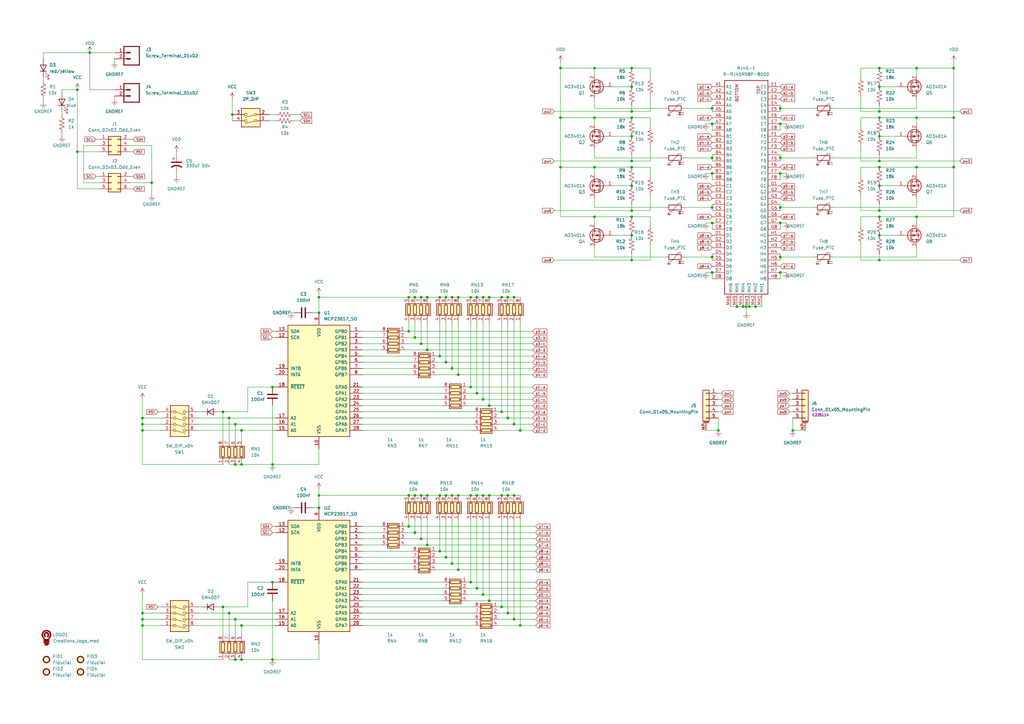
<source format=kicad_sch>
(kicad_sch (version 20211123) (generator eeschema)
  (paper "A3")
  (lib_symbols
    (symbol "Austins creations:2P_DIP"
      (property "Reference" "SW" (at 0 10.16 0))
      (property "Value" "2P_DIP" (at 0 7.62 0))
      (property "part #" "C2758181" (at 0 5.08 0))
      (symbol "2P_DIP_1_1"
        (pin passive line (at -7.62 1.27 0) (length 5.08) (name "~") (number "1"))
        (pin passive line (at -7.62 -1.27 0) (length 5.08) (name "~") (number "2"))
        (pin passive line (at 7.62 -1.27 180) (length 5.08) (name "~") (number "3"))
        (pin passive line (at 7.62 1.27 180) (length 5.08) (name "~") (number "4"))
      )
    )
    (symbol "Austins creations:2pinblock"
      (property "Reference" "ST" (at -7.62 2.54 0))
      (property "Value" "2pinblock" (at -7.62 0 0))
      (property "part #" "C192779" (at -7.62 -2.54 0))
      (symbol "2pinblock_1_0"
        (pin bidirectional line (at 7.62 -1.27 180) (length 5.08) (name "1") (number "1"))
        (pin bidirectional line (at 7.62 1.27 180) (length 5.08) (name "2") (number "2"))
      )
    )
    (symbol "Austins creations:4P_DIP"
      (property "Reference" "SW" (at 0 12.7 0))
      (property "Value" "4P_DIP" (at 0 10.16 0))
      (property "part #" "C2758183" (at 0 7.62 0))
      (symbol "4P_DIP_1_1"
        (pin passive line (at -7.62 3.81 0) (length 5.08) (name "~") (number "1"))
        (pin passive line (at -7.62 1.27 0) (length 5.08) (name "~") (number "2"))
        (pin passive line (at -7.62 -1.27 0) (length 5.08) (name "~") (number "3"))
        (pin passive line (at -7.62 -3.81 0) (length 5.08) (name "~") (number "4"))
        (pin passive line (at 7.62 -3.81 180) (length 5.08) (name "~") (number "5"))
        (pin passive line (at 7.62 -1.27 180) (length 5.08) (name "~") (number "6"))
        (pin passive line (at 7.62 1.27 180) (length 5.08) (name "~") (number "7"))
        (pin passive line (at 7.62 3.81 180) (length 5.08) (name "~") (number "8"))
      )
    )
    (symbol "Austins creations:R-RJ45R08P-8000"
      (property "Reference" "RJ45-" (at 0 3.81 0))
      (property "Value" "R-RJ45R08P-8000" (at 0 1.27 0))
      (symbol "R-RJ45R08P-8000_0_0"
        (text "BOTTOM" (at -3.81 -7.62 900) (effects (font (size 1.27 1.27))))
        (text "TOP" (at 5.08 -6.35 900) (effects (font (size 1.27 1.27))))
      )
      (symbol "R-RJ45R08P-8000_1_0"
        (pin bidirectional line (at -13.97 -5.08 0) (length 5.08) (name "A1") (number "A1"))
        (pin bidirectional line (at -13.97 -7.62 0) (length 5.08) (name "A2") (number "A2"))
        (pin bidirectional line (at -13.97 -10.16 0) (length 5.08) (name "A3") (number "A3"))
        (pin bidirectional line (at -13.97 -12.7 0) (length 5.08) (name "A4") (number "A4"))
        (pin bidirectional line (at -13.97 -15.24 0) (length 5.08) (name "A5") (number "A5"))
        (pin bidirectional line (at -13.97 -17.78 0) (length 5.08) (name "A6") (number "A6"))
        (pin bidirectional line (at -13.97 -20.32 0) (length 5.08) (name "A7") (number "A7"))
        (pin bidirectional line (at -13.97 -22.86 0) (length 5.08) (name "A8") (number "A8"))
        (pin bidirectional line (at -13.97 -25.4 0) (length 5.08) (name "B1") (number "B1"))
        (pin bidirectional line (at -13.97 -27.94 0) (length 5.08) (name "B2") (number "B2"))
        (pin bidirectional line (at -13.97 -30.48 0) (length 5.08) (name "B3") (number "B3"))
        (pin bidirectional line (at -13.97 -33.02 0) (length 5.08) (name "B4") (number "B4"))
        (pin bidirectional line (at -13.97 -35.56 0) (length 5.08) (name "B5") (number "B5"))
        (pin bidirectional line (at -13.97 -38.1 0) (length 5.08) (name "B6") (number "B6"))
        (pin bidirectional line (at -13.97 -40.64 0) (length 5.08) (name "B7") (number "B7"))
        (pin bidirectional line (at -13.97 -43.18 0) (length 5.08) (name "B8") (number "B8"))
        (pin bidirectional line (at -13.97 -45.72 0) (length 5.08) (name "C1") (number "C1"))
        (pin bidirectional line (at -13.97 -48.26 0) (length 5.08) (name "C2") (number "C2"))
        (pin bidirectional line (at -13.97 -50.8 0) (length 5.08) (name "C3") (number "C3"))
        (pin bidirectional line (at -13.97 -53.34 0) (length 5.08) (name "C4") (number "C4"))
        (pin bidirectional line (at -13.97 -55.88 0) (length 5.08) (name "C5") (number "C5"))
        (pin bidirectional line (at -13.97 -58.42 0) (length 5.08) (name "C6") (number "C6"))
        (pin bidirectional line (at -13.97 -60.96 0) (length 5.08) (name "C7") (number "C7"))
        (pin bidirectional line (at -13.97 -63.5 0) (length 5.08) (name "C8") (number "C8"))
        (pin bidirectional line (at -13.97 -66.04 0) (length 5.08) (name "D1") (number "D1"))
        (pin bidirectional line (at -13.97 -68.58 0) (length 5.08) (name "D2") (number "D2"))
        (pin bidirectional line (at -13.97 -71.12 0) (length 5.08) (name "D3") (number "D3"))
        (pin bidirectional line (at -13.97 -73.66 0) (length 5.08) (name "D4") (number "D4"))
        (pin bidirectional line (at -13.97 -76.2 0) (length 5.08) (name "D5") (number "D5"))
        (pin bidirectional line (at -13.97 -78.74 0) (length 5.08) (name "D6") (number "D6"))
        (pin bidirectional line (at -13.97 -81.28 0) (length 5.08) (name "D7") (number "D7"))
        (pin bidirectional line (at -13.97 -83.82 0) (length 5.08) (name "D8") (number "D8"))
        (pin bidirectional line (at 13.97 -5.08 180) (length 5.08) (name "E1") (number "E1"))
        (pin bidirectional line (at 13.97 -7.62 180) (length 5.08) (name "E2") (number "E2"))
        (pin bidirectional line (at 13.97 -10.16 180) (length 5.08) (name "E3") (number "E3"))
        (pin bidirectional line (at 13.97 -12.7 180) (length 5.08) (name "E4") (number "E4"))
        (pin bidirectional line (at 13.97 -15.24 180) (length 5.08) (name "E5") (number "E5"))
        (pin bidirectional line (at 13.97 -17.78 180) (length 5.08) (name "E6") (number "E6"))
        (pin bidirectional line (at 13.97 -20.32 180) (length 5.08) (name "E7") (number "E7"))
        (pin bidirectional line (at 13.97 -22.86 180) (length 5.08) (name "E8") (number "E8"))
        (pin bidirectional line (at 13.97 -25.4 180) (length 5.08) (name "F1") (number "F1"))
        (pin bidirectional line (at 13.97 -27.94 180) (length 5.08) (name "F2") (number "F2"))
        (pin bidirectional line (at 13.97 -30.48 180) (length 5.08) (name "F3") (number "F3"))
        (pin bidirectional line (at 13.97 -33.02 180) (length 5.08) (name "F4") (number "F4"))
        (pin bidirectional line (at 13.97 -35.56 180) (length 5.08) (name "F5") (number "F5"))
        (pin bidirectional line (at 13.97 -38.1 180) (length 5.08) (name "F6") (number "F6"))
        (pin bidirectional line (at 13.97 -40.64 180) (length 5.08) (name "F7") (number "F7"))
        (pin bidirectional line (at 13.97 -43.18 180) (length 5.08) (name "F8") (number "F8"))
        (pin bidirectional line (at 13.97 -45.72 180) (length 5.08) (name "G1") (number "G1"))
        (pin bidirectional line (at 13.97 -48.26 180) (length 5.08) (name "G2") (number "G2"))
        (pin bidirectional line (at 13.97 -50.8 180) (length 5.08) (name "G3") (number "G3"))
        (pin bidirectional line (at 13.97 -53.34 180) (length 5.08) (name "G4") (number "G4"))
        (pin bidirectional line (at 13.97 -55.88 180) (length 5.08) (name "G5") (number "G5"))
        (pin bidirectional line (at 13.97 -58.42 180) (length 5.08) (name "G6") (number "G6"))
        (pin bidirectional line (at 13.97 -60.96 180) (length 5.08) (name "G7") (number "G7"))
        (pin bidirectional line (at 13.97 -63.5 180) (length 5.08) (name "G8") (number "G8"))
        (pin bidirectional line (at 13.97 -66.04 180) (length 5.08) (name "H1") (number "H1"))
        (pin bidirectional line (at 13.97 -68.58 180) (length 5.08) (name "H2") (number "H2"))
        (pin bidirectional line (at 13.97 -71.12 180) (length 5.08) (name "H3") (number "H3"))
        (pin bidirectional line (at 13.97 -73.66 180) (length 5.08) (name "H4") (number "H4"))
        (pin bidirectional line (at 13.97 -76.2 180) (length 5.08) (name "H5") (number "H5"))
        (pin bidirectional line (at 13.97 -78.74 180) (length 5.08) (name "H6") (number "H6"))
        (pin bidirectional line (at 13.97 -81.28 180) (length 5.08) (name "H7") (number "H7"))
        (pin bidirectional line (at 13.97 -83.82 180) (length 5.08) (name "H8") (number "H8"))
        (pin bidirectional line (at 6.35 -95.25 90) (length 5.08) (name "MH1") (number "MH1"))
        (pin bidirectional line (at 3.81 -95.25 90) (length 5.08) (name "MH2") (number "MH2"))
        (pin bidirectional line (at 1.27 -95.25 90) (length 5.08) (name "MH3") (number "MH3"))
        (pin bidirectional line (at -1.27 -95.25 90) (length 5.08) (name "MH4") (number "MH4"))
        (pin bidirectional line (at -3.81 -95.25 90) (length 5.08) (name "MH5") (number "MH5"))
        (pin bidirectional line (at -6.35 -95.25 90) (length 5.08) (name "MH6") (number "MH6"))
      )
    )
    (symbol "Connector_Generic:Conn_02x03_Odd_Even" (pin_names (offset 1.016) hide)
      (property "Reference" "J" (at 1.27 5.08 0))
      (property "Value" "Conn_02x03_Odd_Even" (at 1.27 -5.08 0))
      (symbol "Conn_02x03_Odd_Even_1_1"
        (pin passive line (at -5.08 2.54 0) (length 3.81) (name "Pin_1") (number "1"))
        (pin passive line (at 7.62 2.54 180) (length 3.81) (name "Pin_2") (number "2"))
        (pin passive line (at -5.08 0 0) (length 3.81) (name "Pin_3") (number "3"))
        (pin passive line (at 7.62 0 180) (length 3.81) (name "Pin_4") (number "4"))
        (pin passive line (at -5.08 -2.54 0) (length 3.81) (name "Pin_5") (number "5"))
        (pin passive line (at 7.62 -2.54 180) (length 3.81) (name "Pin_6") (number "6"))
      )
    )
    (symbol "Connector_Generic_MountingPin:Conn_01x05_MountingPin" (pin_names (offset 1.016) hide)
      (property "Reference" "J" (at 0 7.62 0))
      (property "Value" "Conn_01x05_MountingPin" (at 1.27 -7.62 0))
      (symbol "Conn_01x05_MountingPin_1_1"
        (text "Mounting" (at 0 -6.731 0) (effects (font (size 0.381 0.381))))
        (pin passive line (at -5.08 5.08 0) (length 3.81) (name "Pin_1") (number "1"))
        (pin passive line (at -5.08 2.54 0) (length 3.81) (name "Pin_2") (number "2"))
        (pin passive line (at -5.08 0 0) (length 3.81) (name "Pin_3") (number "3"))
        (pin passive line (at -5.08 -2.54 0) (length 3.81) (name "Pin_4") (number "4"))
        (pin passive line (at -5.08 -5.08 0) (length 3.81) (name "Pin_5") (number "5"))
        (pin passive line (at 0 -10.16 90) (length 3.048) (name "MountPin") (number "MP"))
      )
    )
    (symbol "Device:C" (pin_numbers hide) (pin_names (offset 0.254))
      (property "Reference" "C" (at 0.635 2.54 0))
      (property "Value" "C" (at 0.635 -2.54 0))
      (symbol "C_1_1"
        (pin passive line (at 0 3.81 270) (length 2.794) (name "~") (number "1"))
        (pin passive line (at 0 -3.81 90) (length 2.794) (name "~") (number "2"))
      )
    )
    (symbol "Device:C_Polarized_US" (pin_numbers hide) (pin_names (offset 0.254) hide)
      (property "Reference" "C" (at 0.635 2.54 0))
      (property "Value" "C_Polarized_US" (at 0.635 -2.54 0))
      (symbol "C_Polarized_US_1_1"
        (pin passive line (at 0 3.81 270) (length 2.794) (name "~") (number "1"))
        (pin passive line (at 0 -3.81 90) (length 3.302) (name "~") (number "2"))
      )
    )
    (symbol "Device:LED" (pin_numbers hide) (pin_names (offset 1.016) hide)
      (property "Reference" "D" (at 0 2.54 0))
      (property "Value" "LED" (at 0 -2.54 0))
      (symbol "LED_1_1"
        (pin passive line (at -3.81 0 0) (length 2.54) (name "K") (number "1"))
        (pin passive line (at 3.81 0 180) (length 2.54) (name "A") (number "2"))
      )
    )
    (symbol "Device:R_Pack04" (pin_names (offset 0) hide)
      (property "Reference" "RN" (at -7.62 0 90))
      (property "Value" "R_Pack04" (at 5.08 0 90))
      (symbol "R_Pack04_1_1"
        (pin passive line (at -5.08 -5.08 90) (length 2.54) (name "R1.1") (number "1"))
        (pin passive line (at -2.54 -5.08 90) (length 2.54) (name "R2.1") (number "2"))
        (pin passive line (at 0 -5.08 90) (length 2.54) (name "R3.1") (number "3"))
        (pin passive line (at 2.54 -5.08 90) (length 2.54) (name "R4.1") (number "4"))
        (pin passive line (at 2.54 5.08 270) (length 2.54) (name "R4.2") (number "5"))
        (pin passive line (at 0 5.08 270) (length 2.54) (name "R3.2") (number "6"))
        (pin passive line (at -2.54 5.08 270) (length 2.54) (name "R2.2") (number "7"))
        (pin passive line (at -5.08 5.08 270) (length 2.54) (name "R1.2") (number "8"))
      )
    )
    (symbol "Device:R_US" (pin_numbers hide) (pin_names (offset 0))
      (property "Reference" "R" (at 2.54 0 90))
      (property "Value" "R_US" (at -2.54 0 90))
      (symbol "R_US_1_1"
        (pin passive line (at 0 3.81 270) (length 1.27) (name "~") (number "1"))
        (pin passive line (at 0 -3.81 90) (length 1.27) (name "~") (number "2"))
      )
    )
    (symbol "Device:Thermistor_PTC" (pin_numbers hide) (pin_names (offset 0))
      (property "Reference" "TH" (at -4.064 0 90))
      (property "Value" "Thermistor_PTC" (at 3.048 0 90))
      (symbol "Thermistor_PTC_1_1"
        (pin passive line (at 0 3.81 270) (length 1.27) (name "~") (number "1"))
        (pin passive line (at 0 -3.81 90) (length 1.27) (name "~") (number "2"))
      )
    )
    (symbol "Diode:SM4007" (pin_numbers hide) (pin_names (offset 1.016) hide)
      (property "Reference" "D" (at 0 2.54 0))
      (property "Value" "SM4007" (at 0 -2.54 0))
      (symbol "SM4007_1_1"
        (pin passive line (at -3.81 0 0) (length 2.54) (name "K") (number "1"))
        (pin passive line (at 3.81 0 180) (length 2.54) (name "A") (number "2"))
      )
    )
    (symbol "Interface_Expansion:MCP23017_SO" (pin_names (offset 1.016))
      (property "Reference" "U" (at -11.43 24.13 0))
      (property "Value" "MCP23017_SO" (at 0 0 0))
      (symbol "MCP23017_SO_1_1"
        (pin bidirectional line (at 17.78 20.32 180) (length 5.08) (name "GPB0") (number "1"))
        (pin power_in line (at 0 -27.94 90) (length 5.08) (name "VSS") (number "10"))
        (pin no_connect line (at -12.7 15.24 0) (length 5.08) hide (name "NC") (number "11"))
        (pin input line (at -17.78 17.78 0) (length 5.08) (name "SCK") (number "12"))
        (pin bidirectional line (at -17.78 20.32 0) (length 5.08) (name "SDA") (number "13"))
        (pin no_connect line (at -12.7 12.7 0) (length 5.08) hide (name "NC") (number "14"))
        (pin input line (at -17.78 -20.32 0) (length 5.08) (name "A0") (number "15"))
        (pin input line (at -17.78 -17.78 0) (length 5.08) (name "A1") (number "16"))
        (pin input line (at -17.78 -15.24 0) (length 5.08) (name "A2") (number "17"))
        (pin input line (at -17.78 -2.54 0) (length 5.08) (name "~{RESET}") (number "18"))
        (pin tri_state line (at -17.78 5.08 0) (length 5.08) (name "INTB") (number "19"))
        (pin bidirectional line (at 17.78 17.78 180) (length 5.08) (name "GPB1") (number "2"))
        (pin tri_state line (at -17.78 2.54 0) (length 5.08) (name "INTA") (number "20"))
        (pin bidirectional line (at 17.78 -2.54 180) (length 5.08) (name "GPA0") (number "21"))
        (pin bidirectional line (at 17.78 -5.08 180) (length 5.08) (name "GPA1") (number "22"))
        (pin bidirectional line (at 17.78 -7.62 180) (length 5.08) (name "GPA2") (number "23"))
        (pin bidirectional line (at 17.78 -10.16 180) (length 5.08) (name "GPA3") (number "24"))
        (pin bidirectional line (at 17.78 -12.7 180) (length 5.08) (name "GPA4") (number "25"))
        (pin bidirectional line (at 17.78 -15.24 180) (length 5.08) (name "GPA5") (number "26"))
        (pin bidirectional line (at 17.78 -17.78 180) (length 5.08) (name "GPA6") (number "27"))
        (pin bidirectional line (at 17.78 -20.32 180) (length 5.08) (name "GPA7") (number "28"))
        (pin bidirectional line (at 17.78 15.24 180) (length 5.08) (name "GPB2") (number "3"))
        (pin bidirectional line (at 17.78 12.7 180) (length 5.08) (name "GPB3") (number "4"))
        (pin bidirectional line (at 17.78 10.16 180) (length 5.08) (name "GPB4") (number "5"))
        (pin bidirectional line (at 17.78 7.62 180) (length 5.08) (name "GPB5") (number "6"))
        (pin bidirectional line (at 17.78 5.08 180) (length 5.08) (name "GPB6") (number "7"))
        (pin bidirectional line (at 17.78 2.54 180) (length 5.08) (name "GPB7") (number "8"))
        (pin power_in line (at 0 27.94 270) (length 5.08) (name "VDD") (number "9"))
      )
    )
    (symbol "Mechanical:Fiducial"
      (property "Reference" "FID" (at 0 5.08 0))
      (property "Value" "Fiducial" (at 0 3.175 0))
    )
    (symbol "Transistor_FET:AO3401A" (pin_names hide)
      (property "Reference" "Q" (at 5.08 1.905 0))
      (property "Value" "AO3401A" (at 5.08 0 0))
      (symbol "AO3401A_1_1"
        (pin input line (at -5.08 0 0) (length 2.54) (name "G") (number "1"))
        (pin passive line (at 2.54 -5.08 90) (length 2.54) (name "S") (number "2"))
        (pin passive line (at 2.54 5.08 270) (length 2.54) (name "D") (number "3"))
      )
    )
    (symbol "logos:Creations_logo_med"
      (property "Reference" "LOGO" (at 0 6.35 0))
      (property "Value" "Creations_logo_med" (at 0 3.81 0))
    )
    (symbol "power:GNDREF" (power) (pin_names (offset 0))
      (property "Value" "GNDREF" (at 0 -3.81 0))
      (symbol "GNDREF_1_1"
        (pin power_in line (at 0 0 270) (length 0) hide (name "GNDREF") (number "1"))
      )
    )
    (symbol "power:VCC" (power) (pin_names (offset 0))
      (property "Value" "VCC" (at 0 3.81 0))
      (symbol "VCC_1_1"
        (pin power_in line (at 0 0 90) (length 0) hide (name "VCC") (number "1"))
      )
    )
    (symbol "power:VDD" (power) (pin_names (offset 0))
      (property "Value" "VDD" (at 0 3.81 0))
      (symbol "VDD_1_1"
        (pin power_in line (at 0 0 90) (length 0) hide (name "VDD") (number "1"))
      )
    )
  )
  (junction (at 95.25 46.99))
  (junction (at 182.88 121.92))
  (junction (at 229.87 68.58))
  (junction (at 96.52 173.99))
  (junction (at 91.44 168.91))
  (junction (at 111.76 190.5))
  (junction (at 96.52 270.51))
  (junction (at 180.34 203.2))
  (junction (at 259.08 88.9))
  (junction (at 91.44 248.92))
  (junction (at 391.16 27.94))
  (junction (at 375.92 27.94))
  (junction (at 187.96 121.92))
  (junction (at 58.42 173.99))
  (junction (at 213.36 176.53))
  (junction (at 193.04 203.2))
  (junction (at 170.18 218.44))
  (junction (at 229.87 48.26))
  (junction (at 208.28 171.45))
  (junction (at 375.92 88.9))
  (junction (at 304.8 125.73))
  (junction (at 130.81 203.2))
  (junction (at 360.68 66.04))
  (junction (at 292.1 71.12))
  (junction (at 96.52 254))
  (junction (at 198.12 203.2))
  (junction (at 243.84 27.94))
  (junction (at 213.36 256.54))
  (junction (at 62.23 74.93))
  (junction (at 185.42 231.14))
  (junction (at 193.04 158.75))
  (junction (at 292.1 105.41))
  (junction (at 167.64 215.9))
  (junction (at 259.08 68.58))
  (junction (at 170.18 121.92))
  (junction (at 360.68 68.58))
  (junction (at 93.98 251.46))
  (junction (at 31.75 62.23))
  (junction (at 360.68 88.9))
  (junction (at 360.68 48.26))
  (junction (at 259.08 35.56))
  (junction (at 210.82 203.2))
  (junction (at 58.42 254))
  (junction (at 360.68 55.88))
  (junction (at 182.88 228.6))
  (junction (at 259.08 76.2))
  (junction (at 58.42 171.45))
  (junction (at 180.34 226.06))
  (junction (at 309.88 125.73))
  (junction (at 292.1 85.09))
  (junction (at 360.68 27.94))
  (junction (at 111.76 270.51))
  (junction (at 200.66 246.38))
  (junction (at 198.12 121.92))
  (junction (at 198.12 163.83))
  (junction (at 182.88 148.59))
  (junction (at 58.42 251.46))
  (junction (at 306.07 125.73))
  (junction (at 195.58 121.92))
  (junction (at 259.08 66.04))
  (junction (at 170.18 138.43))
  (junction (at 208.28 251.46))
  (junction (at 259.08 86.36))
  (junction (at 229.87 27.94))
  (junction (at 58.42 256.54))
  (junction (at 320.04 91.44))
  (junction (at 193.04 238.76))
  (junction (at 195.58 161.29))
  (junction (at 172.72 140.97))
  (junction (at 325.12 176.53))
  (junction (at 195.58 241.3))
  (junction (at 375.92 48.26))
  (junction (at 208.28 203.2))
  (junction (at 259.08 27.94))
  (junction (at 292.1 111.76))
  (junction (at 182.88 203.2))
  (junction (at 292.1 50.8))
  (junction (at 210.82 173.99))
  (junction (at 200.66 166.37))
  (junction (at 292.1 44.45))
  (junction (at 58.42 176.53))
  (junction (at 111.76 158.75))
  (junction (at 180.34 146.05))
  (junction (at 302.26 125.73))
  (junction (at 320.04 44.45))
  (junction (at 36.83 21.59))
  (junction (at 360.68 45.72))
  (junction (at 208.28 121.92))
  (junction (at 198.12 243.84))
  (junction (at 320.04 71.12))
  (junction (at 172.72 121.92))
  (junction (at 187.96 203.2))
  (junction (at 167.64 135.89))
  (junction (at 320.04 105.41))
  (junction (at 205.74 121.92))
  (junction (at 210.82 254))
  (junction (at 111.76 238.76))
  (junction (at 210.82 121.92))
  (junction (at 292.1 64.77))
  (junction (at 259.08 106.68))
  (junction (at 187.96 153.67))
  (junction (at 130.81 128.27))
  (junction (at 193.04 121.92))
  (junction (at 180.34 121.92))
  (junction (at 292.1 91.44))
  (junction (at 167.64 121.92))
  (junction (at 187.96 233.68))
  (junction (at 243.84 88.9))
  (junction (at 200.66 121.92))
  (junction (at 259.08 96.52))
  (junction (at 167.64 203.2))
  (junction (at 175.26 121.92))
  (junction (at 172.72 220.98))
  (junction (at 99.06 190.5))
  (junction (at 175.26 143.51))
  (junction (at 130.81 208.28))
  (junction (at 320.04 50.8))
  (junction (at 360.68 96.52))
  (junction (at 259.08 55.88))
  (junction (at 205.74 168.91))
  (junction (at 294.64 176.53))
  (junction (at 307.34 125.73))
  (junction (at 200.66 203.2))
  (junction (at 99.06 270.51))
  (junction (at 320.04 64.77))
  (junction (at 185.42 121.92))
  (junction (at 93.98 171.45))
  (junction (at 170.18 203.2))
  (junction (at 31.75 36.83))
  (junction (at 205.74 248.92))
  (junction (at 360.68 106.68))
  (junction (at 195.58 203.2))
  (junction (at 172.72 203.2))
  (junction (at 360.68 86.36))
  (junction (at 320.04 111.76))
  (junction (at 375.92 68.58))
  (junction (at 320.04 85.09))
  (junction (at 130.81 121.92))
  (junction (at 205.74 203.2))
  (junction (at 360.68 76.2))
  (junction (at 99.06 176.53))
  (junction (at 185.42 151.13))
  (junction (at 243.84 48.26))
  (junction (at 360.68 35.56))
  (junction (at 96.52 190.5))
  (junction (at 185.42 203.2))
  (junction (at 175.26 223.52))
  (junction (at 243.84 68.58))
  (junction (at 391.16 68.58))
  (junction (at 259.08 45.72))
  (junction (at 175.26 203.2))
  (junction (at 259.08 48.26))
  (junction (at 99.06 256.54))
  (junction (at 391.16 48.26))
  (wire (pts (xy 185.42 121.92) (xy 187.96 121.92)))
  (wire (pts (xy 172.72 220.98) (xy 219.71 220.98)))
  (wire (pts (xy 266.7 88.9) (xy 259.08 88.9)))
  (wire (pts (xy 111.76 158.75) (xy 113.03 158.75)))
  (wire (pts (xy 320.04 71.12) (xy 322.58 71.12)))
  (wire (pts (xy 323.85 168.91) (xy 325.12 168.91)))
  (wire (pts (xy 58.42 176.53) (xy 58.42 173.99)))
  (wire (pts (xy 353.06 52.07) (xy 353.06 48.26)))
  (wire (pts (xy 375.92 27.94) (xy 375.92 30.48)))
  (wire (pts (xy 292.1 50.8) (xy 292.1 53.34)))
  (wire (pts (xy 34.29 59.69) (xy 34.29 74.93)))
  (wire (pts (xy 148.59 233.68) (xy 168.91 233.68)))
  (wire (pts (xy 58.42 173.99) (xy 58.42 171.45)))
  (wire (pts (xy 195.58 121.92) (xy 198.12 121.92)))
  (wire (pts (xy 101.6 248.92) (xy 91.44 248.92)))
  (wire (pts (xy 191.77 161.29) (xy 195.58 161.29)))
  (wire (pts (xy 156.21 143.51) (xy 148.59 143.51)))
  (wire (pts (xy 229.87 48.26) (xy 243.84 48.26)))
  (wire (pts (xy 353.06 59.69) (xy 353.06 66.04)))
  (wire (pts (xy 99.06 176.53) (xy 113.03 176.53)))
  (wire (pts (xy 58.42 171.45) (xy 58.42 163.83)))
  (wire (pts (xy 243.84 60.96) (xy 243.84 64.77)))
  (wire (pts (xy 64.77 168.91) (xy 66.04 168.91)))
  (wire (pts (xy 360.68 66.04) (xy 393.7 66.04)))
  (wire (pts (xy 46.99 39.37) (xy 46.99 40.64)))
  (wire (pts (xy 148.59 231.14) (xy 168.91 231.14)))
  (wire (pts (xy 180.34 121.92) (xy 182.88 121.92)))
  (wire (pts (xy 266.7 27.94) (xy 259.08 27.94)))
  (wire (pts (xy 375.92 81.28) (xy 375.92 85.09)))
  (wire (pts (xy 294.64 171.45) (xy 294.64 176.53)))
  (wire (pts (xy 93.98 251.46) (xy 113.03 251.46)))
  (wire (pts (xy 148.59 256.54) (xy 194.31 256.54)))
  (wire (pts (xy 294.64 161.29) (xy 295.91 161.29)))
  (wire (pts (xy 172.72 203.2) (xy 175.26 203.2)))
  (wire (pts (xy 111.76 135.89) (xy 113.03 135.89)))
  (wire (pts (xy 375.92 40.64) (xy 375.92 44.45)))
  (wire (pts (xy 58.42 254) (xy 66.04 254)))
  (wire (pts (xy 229.87 88.9) (xy 243.84 88.9)))
  (wire (pts (xy 99.06 176.53) (xy 99.06 180.34)))
  (wire (pts (xy 170.18 138.43) (xy 218.44 138.43)))
  (wire (pts (xy 280.67 105.41) (xy 292.1 105.41)))
  (wire (pts (xy 130.81 200.66) (xy 130.81 203.2)))
  (wire (pts (xy 229.87 68.58) (xy 243.84 68.58)))
  (wire (pts (xy 227.33 66.04) (xy 259.08 66.04)))
  (wire (pts (xy 195.58 241.3) (xy 219.71 241.3)))
  (wire (pts (xy 320.04 111.76) (xy 322.58 111.76)))
  (wire (pts (xy 99.06 256.54) (xy 113.03 256.54)))
  (wire (pts (xy 148.59 243.84) (xy 181.61 243.84)))
  (wire (pts (xy 309.88 125.73) (xy 312.42 125.73)))
  (wire (pts (xy 53.34 74.93) (xy 62.23 74.93)))
  (wire (pts (xy 229.87 27.94) (xy 229.87 48.26)))
  (wire (pts (xy 243.84 81.28) (xy 243.84 85.09)))
  (wire (pts (xy 360.68 76.2) (xy 368.3 76.2)))
  (wire (pts (xy 130.81 203.2) (xy 167.64 203.2)))
  (wire (pts (xy 210.82 132.08) (xy 210.82 173.99)))
  (wire (pts (xy 243.84 68.58) (xy 243.84 71.12)))
  (wire (pts (xy 123.19 49.53) (xy 120.65 49.53)))
  (wire (pts (xy 187.96 121.92) (xy 193.04 121.92)))
  (wire (pts (xy 243.84 101.6) (xy 243.84 105.41)))
  (wire (pts (xy 91.44 190.5) (xy 58.42 190.5)))
  (wire (pts (xy 128.27 208.28) (xy 130.81 208.28)))
  (wire (pts (xy 200.66 213.36) (xy 200.66 246.38)))
  (wire (pts (xy 208.28 203.2) (xy 210.82 203.2)))
  (wire (pts (xy 111.76 138.43) (xy 113.03 138.43)))
  (wire (pts (xy 360.68 45.72) (xy 393.7 45.72)))
  (wire (pts (xy 259.08 27.94) (xy 243.84 27.94)))
  (wire (pts (xy 148.59 223.52) (xy 156.21 223.52)))
  (wire (pts (xy 34.29 59.69) (xy 40.64 59.69)))
  (wire (pts (xy 210.82 121.92) (xy 213.36 121.92)))
  (wire (pts (xy 148.59 215.9) (xy 156.21 215.9)))
  (wire (pts (xy 289.56 176.53) (xy 294.64 176.53)))
  (wire (pts (xy 266.7 80.01) (xy 266.7 86.36)))
  (wire (pts (xy 99.06 270.51) (xy 96.52 270.51)))
  (wire (pts (xy 353.06 86.36) (xy 360.68 86.36)))
  (wire (pts (xy 243.84 27.94) (xy 229.87 27.94)))
  (wire (pts (xy 170.18 218.44) (xy 219.71 218.44)))
  (wire (pts (xy 99.06 256.54) (xy 99.06 260.35)))
  (wire (pts (xy 292.1 63.5) (xy 292.1 64.77)))
  (wire (pts (xy 259.08 96.52) (xy 251.46 96.52)))
  (wire (pts (xy 341.63 105.41) (xy 375.92 105.41)))
  (wire (pts (xy 320.04 83.82) (xy 320.04 85.09)))
  (wire (pts (xy 266.7 86.36) (xy 259.08 86.36)))
  (wire (pts (xy 325.12 171.45) (xy 325.12 176.53)))
  (wire (pts (xy 320.04 104.14) (xy 320.04 105.41)))
  (wire (pts (xy 353.06 68.58) (xy 360.68 68.58)))
  (wire (pts (xy 96.52 254) (xy 113.03 254)))
  (wire (pts (xy 46.99 24.13) (xy 46.99 25.4)))
  (wire (pts (xy 204.47 256.54) (xy 213.36 256.54)))
  (wire (pts (xy 181.61 158.75) (xy 148.59 158.75)))
  (wire (pts (xy 292.1 71.12) (xy 292.1 73.66)))
  (wire (pts (xy 172.72 140.97) (xy 218.44 140.97)))
  (wire (pts (xy 81.28 173.99) (xy 96.52 173.99)))
  (wire (pts (xy 119.38 128.27) (xy 120.65 128.27)))
  (wire (pts (xy 175.26 223.52) (xy 219.71 223.52)))
  (wire (pts (xy 182.88 132.08) (xy 182.88 148.59)))
  (wire (pts (xy 353.06 92.71) (xy 353.06 88.9)))
  (wire (pts (xy 259.08 63.5) (xy 259.08 66.04)))
  (wire (pts (xy 325.12 176.53) (xy 330.2 176.53)))
  (wire (pts (xy 167.64 215.9) (xy 219.71 215.9)))
  (wire (pts (xy 320.04 44.45) (xy 334.01 44.45)))
  (wire (pts (xy 185.42 203.2) (xy 187.96 203.2)))
  (wire (pts (xy 191.77 238.76) (xy 193.04 238.76)))
  (wire (pts (xy 213.36 176.53) (xy 218.44 176.53)))
  (wire (pts (xy 204.47 168.91) (xy 205.74 168.91)))
  (wire (pts (xy 353.06 48.26) (xy 360.68 48.26)))
  (wire (pts (xy 110.49 46.99) (xy 113.03 46.99)))
  (wire (pts (xy 191.77 241.3) (xy 195.58 241.3)))
  (wire (pts (xy 360.68 106.68) (xy 393.7 106.68)))
  (wire (pts (xy 96.52 173.99) (xy 113.03 173.99)))
  (wire (pts (xy 375.92 27.94) (xy 391.16 27.94)))
  (wire (pts (xy 96.52 254) (xy 96.52 260.35)))
  (wire (pts (xy 259.08 68.58) (xy 243.84 68.58)))
  (wire (pts (xy 292.1 44.45) (xy 292.1 45.72)))
  (wire (pts (xy 243.84 44.45) (xy 273.05 44.45)))
  (wire (pts (xy 195.58 161.29) (xy 218.44 161.29)))
  (wire (pts (xy 31.75 62.23) (xy 31.75 36.83)))
  (wire (pts (xy 180.34 132.08) (xy 180.34 146.05)))
  (wire (pts (xy 111.76 246.38) (xy 111.76 270.51)))
  (wire (pts (xy 375.92 88.9) (xy 375.92 91.44)))
  (wire (pts (xy 204.47 171.45) (xy 208.28 171.45)))
  (wire (pts (xy 360.68 104.14) (xy 360.68 106.68)))
  (wire (pts (xy 208.28 171.45) (xy 218.44 171.45)))
  (wire (pts (xy 167.64 213.36) (xy 167.64 215.9)))
  (wire (pts (xy 53.34 59.69) (xy 62.23 59.69)))
  (wire (pts (xy 320.04 91.44) (xy 320.04 93.98)))
  (wire (pts (xy 81.28 254) (xy 96.52 254)))
  (wire (pts (xy 101.6 238.76) (xy 111.76 238.76)))
  (wire (pts (xy 266.7 31.75) (xy 266.7 27.94)))
  (wire (pts (xy 360.68 96.52) (xy 368.3 96.52)))
  (wire (pts (xy 39.37 72.39) (xy 40.64 72.39)))
  (wire (pts (xy 259.08 48.26) (xy 243.84 48.26)))
  (wire (pts (xy 306.07 128.27) (xy 306.07 125.73)))
  (wire (pts (xy 259.08 55.88) (xy 251.46 55.88)))
  (wire (pts (xy 175.26 213.36) (xy 175.26 223.52)))
  (wire (pts (xy 198.12 243.84) (xy 219.71 243.84)))
  (wire (pts (xy 72.39 62.23) (xy 72.39 63.5)))
  (wire (pts (xy 99.06 190.5) (xy 111.76 190.5)))
  (wire (pts (xy 200.66 166.37) (xy 218.44 166.37)))
  (wire (pts (xy 53.34 72.39) (xy 54.61 72.39)))
  (wire (pts (xy 168.91 151.13) (xy 148.59 151.13)))
  (wire (pts (xy 170.18 203.2) (xy 172.72 203.2)))
  (wire (pts (xy 53.34 62.23) (xy 54.61 62.23)))
  (wire (pts (xy 111.76 215.9) (xy 113.03 215.9)))
  (wire (pts (xy 168.91 146.05) (xy 148.59 146.05)))
  (wire (pts (xy 375.92 64.77) (xy 375.92 60.96)))
  (wire (pts (xy 17.78 40.64) (xy 17.78 41.91)))
  (wire (pts (xy 111.76 238.76) (xy 113.03 238.76)))
  (wire (pts (xy 95.25 40.64) (xy 95.25 46.99)))
  (wire (pts (xy 156.21 138.43) (xy 148.59 138.43)))
  (wire (pts (xy 360.68 88.9) (xy 375.92 88.9)))
  (wire (pts (xy 25.4 38.1) (xy 25.4 36.83)))
  (wire (pts (xy 200.66 203.2) (xy 205.74 203.2)))
  (wire (pts (xy 259.08 43.18) (xy 259.08 45.72)))
  (wire (pts (xy 91.44 168.91) (xy 90.17 168.91)))
  (wire (pts (xy 91.44 248.92) (xy 91.44 260.35)))
  (wire (pts (xy 17.78 31.75) (xy 17.78 33.02)))
  (wire (pts (xy 302.26 125.73) (xy 304.8 125.73)))
  (wire (pts (xy 304.8 125.73) (xy 306.07 125.73)))
  (wire (pts (xy 227.33 45.72) (xy 259.08 45.72)))
  (wire (pts (xy 320.04 111.76) (xy 320.04 114.3)))
  (wire (pts (xy 185.42 151.13) (xy 218.44 151.13)))
  (wire (pts (xy 170.18 121.92) (xy 172.72 121.92)))
  (wire (pts (xy 191.77 158.75) (xy 193.04 158.75)))
  (wire (pts (xy 193.04 121.92) (xy 195.58 121.92)))
  (wire (pts (xy 259.08 76.2) (xy 251.46 76.2)))
  (wire (pts (xy 195.58 213.36) (xy 195.58 241.3)))
  (wire (pts (xy 81.28 248.92) (xy 82.55 248.92)))
  (wire (pts (xy 179.07 146.05) (xy 180.34 146.05)))
  (wire (pts (xy 128.27 128.27) (xy 130.81 128.27)))
  (wire (pts (xy 175.26 121.92) (xy 180.34 121.92)))
  (wire (pts (xy 179.07 148.59) (xy 182.88 148.59)))
  (wire (pts (xy 205.74 213.36) (xy 205.74 248.92)))
  (wire (pts (xy 266.7 66.04) (xy 259.08 66.04)))
  (wire (pts (xy 353.06 80.01) (xy 353.06 86.36)))
  (wire (pts (xy 180.34 226.06) (xy 219.71 226.06)))
  (wire (pts (xy 393.7 86.36) (xy 360.68 86.36)))
  (wire (pts (xy 391.16 68.58) (xy 375.92 68.58)))
  (wire (pts (xy 323.85 161.29) (xy 325.12 161.29)))
  (wire (pts (xy 130.81 121.92) (xy 167.64 121.92)))
  (wire (pts (xy 101.6 158.75) (xy 111.76 158.75)))
  (wire (pts (xy 148.59 218.44) (xy 156.21 218.44)))
  (wire (pts (xy 204.47 254) (xy 210.82 254)))
  (wire (pts (xy 266.7 92.71) (xy 266.7 88.9)))
  (wire (pts (xy 213.36 132.08) (xy 213.36 176.53)))
  (wire (pts (xy 289.56 111.76) (xy 292.1 111.76)))
  (wire (pts (xy 198.12 163.83) (xy 218.44 163.83)))
  (wire (pts (xy 81.28 251.46) (xy 93.98 251.46)))
  (wire (pts (xy 353.06 106.68) (xy 360.68 106.68)))
  (wire (pts (xy 62.23 74.93) (xy 62.23 59.69)))
  (wire (pts (xy 58.42 171.45) (xy 66.04 171.45)))
  (wire (pts (xy 91.44 248.92) (xy 90.17 248.92)))
  (wire (pts (xy 320.04 50.8) (xy 322.58 50.8)))
  (wire (pts (xy 292.1 104.14) (xy 292.1 105.41)))
  (wire (pts (xy 130.81 121.92) (xy 130.81 128.27)))
  (wire (pts (xy 292.1 105.41) (xy 292.1 106.68)))
  (wire (pts (xy 110.49 49.53) (xy 113.03 49.53)))
  (wire (pts (xy 180.34 203.2) (xy 182.88 203.2)))
  (wire (pts (xy 170.18 132.08) (xy 170.18 138.43)))
  (wire (pts (xy 243.84 85.09) (xy 273.05 85.09)))
  (wire (pts (xy 243.84 88.9) (xy 243.84 91.44)))
  (wire (pts (xy 62.23 74.93) (xy 62.23 80.01)))
  (wire (pts (xy 200.66 121.92) (xy 205.74 121.92)))
  (wire (pts (xy 191.77 243.84) (xy 198.12 243.84)))
  (wire (pts (xy 194.31 171.45) (xy 148.59 171.45)))
  (wire (pts (xy 179.07 226.06) (xy 180.34 226.06)))
  (wire (pts (xy 210.82 203.2) (xy 213.36 203.2)))
  (wire (pts (xy 194.31 176.53) (xy 148.59 176.53)))
  (wire (pts (xy 93.98 251.46) (xy 93.98 260.35)))
  (wire (pts (xy 193.04 213.36) (xy 193.04 238.76)))
  (wire (pts (xy 93.98 171.45) (xy 113.03 171.45)))
  (wire (pts (xy 334.01 85.09) (xy 320.04 85.09)))
  (wire (pts (xy 181.61 166.37) (xy 148.59 166.37)))
  (wire (pts (xy 111.76 218.44) (xy 113.03 218.44)))
  (wire (pts (xy 148.59 246.38) (xy 181.61 246.38)))
  (wire (pts (xy 111.76 270.51) (xy 130.81 270.51)))
  (wire (pts (xy 391.16 27.94) (xy 391.16 48.26)))
  (wire (pts (xy 259.08 88.9) (xy 243.84 88.9)))
  (wire (pts (xy 185.42 132.08) (xy 185.42 151.13)))
  (wire (pts (xy 130.81 190.5) (xy 130.81 184.15)))
  (wire (pts (xy 360.68 43.18) (xy 360.68 45.72)))
  (wire (pts (xy 266.7 106.68) (xy 259.08 106.68)))
  (wire (pts (xy 148.59 226.06) (xy 168.91 226.06)))
  (wire (pts (xy 58.42 254) (xy 58.42 251.46)))
  (wire (pts (xy 148.59 220.98) (xy 156.21 220.98)))
  (wire (pts (xy 266.7 39.37) (xy 266.7 45.72)))
  (wire (pts (xy 200.66 246.38) (xy 219.71 246.38)))
  (wire (pts (xy 193.04 203.2) (xy 195.58 203.2)))
  (wire (pts (xy 200.66 132.08) (xy 200.66 166.37)))
  (wire (pts (xy 229.87 25.4) (xy 229.87 27.94)))
  (wire (pts (xy 259.08 83.82) (xy 259.08 86.36)))
  (wire (pts (xy 36.83 36.83) (xy 46.99 36.83)))
  (wire (pts (xy 391.16 48.26) (xy 391.16 68.58)))
  (wire (pts (xy 175.26 143.51) (xy 218.44 143.51)))
  (wire (pts (xy 375.92 48.26) (xy 360.68 48.26)))
  (wire (pts (xy 198.12 132.08) (xy 198.12 163.83)))
  (wire (pts (xy 353.06 45.72) (xy 360.68 45.72)))
  (wire (pts (xy 353.06 100.33) (xy 353.06 106.68)))
  (wire (pts (xy 360.68 55.88) (xy 368.3 55.88)))
  (wire (pts (xy 148.59 228.6) (xy 168.91 228.6)))
  (wire (pts (xy 280.67 44.45) (xy 292.1 44.45)))
  (wire (pts (xy 168.91 153.67) (xy 148.59 153.67)))
  (wire (pts (xy 208.28 121.92) (xy 210.82 121.92)))
  (wire (pts (xy 213.36 213.36) (xy 213.36 256.54)))
  (wire (pts (xy 323.85 163.83) (xy 325.12 163.83)))
  (wire (pts (xy 243.84 64.77) (xy 273.05 64.77)))
  (wire (pts (xy 156.21 135.89) (xy 148.59 135.89)))
  (wire (pts (xy 320.04 105.41) (xy 320.04 106.68)))
  (wire (pts (xy 96.52 173.99) (xy 96.52 180.34)))
  (wire (pts (xy 306.07 125.73) (xy 307.34 125.73)))
  (wire (pts (xy 81.28 256.54) (xy 99.06 256.54)))
  (wire (pts (xy 58.42 190.5) (xy 58.42 176.53)))
  (wire (pts (xy 182.88 228.6) (xy 219.71 228.6)))
  (wire (pts (xy 204.47 248.92) (xy 205.74 248.92)))
  (wire (pts (xy 130.81 203.2) (xy 130.81 208.28)))
  (wire (pts (xy 320.04 43.18) (xy 320.04 44.45)))
  (wire (pts (xy 341.63 44.45) (xy 375.92 44.45)))
  (wire (pts (xy 187.96 132.08) (xy 187.96 153.67)))
  (wire (pts (xy 119.38 208.28) (xy 120.65 208.28)))
  (wire (pts (xy 208.28 213.36) (xy 208.28 251.46)))
  (wire (pts (xy 391.16 68.58) (xy 391.16 88.9)))
  (wire (pts (xy 292.1 85.09) (xy 292.1 83.82)))
  (wire (pts (xy 198.12 203.2) (xy 200.66 203.2)))
  (wire (pts (xy 53.34 77.47) (xy 54.61 77.47)))
  (wire (pts (xy 294.64 163.83) (xy 295.91 163.83)))
  (wire (pts (xy 179.07 151.13) (xy 185.42 151.13)))
  (wire (pts (xy 166.37 143.51) (xy 175.26 143.51)))
  (wire (pts (xy 266.7 59.69) (xy 266.7 66.04)))
  (wire (pts (xy 25.4 36.83) (xy 31.75 36.83)))
  (wire (pts (xy 259.08 104.14) (xy 259.08 106.68)))
  (wire (pts (xy 179.07 153.67) (xy 187.96 153.67)))
  (wire (pts (xy 172.72 121.92) (xy 175.26 121.92)))
  (wire (pts (xy 280.67 85.09) (xy 292.1 85.09)))
  (wire (pts (xy 289.56 50.8) (xy 292.1 50.8)))
  (wire (pts (xy 193.04 238.76) (xy 219.71 238.76)))
  (wire (pts (xy 259.08 35.56) (xy 251.46 35.56)))
  (wire (pts (xy 229.87 48.26) (xy 229.87 68.58)))
  (wire (pts (xy 204.47 251.46) (xy 208.28 251.46)))
  (wire (pts (xy 204.47 173.99) (xy 210.82 173.99)))
  (wire (pts (xy 168.91 148.59) (xy 148.59 148.59)))
  (wire (pts (xy 353.06 66.04) (xy 360.68 66.04)))
  (wire (pts (xy 227.33 86.36) (xy 259.08 86.36)))
  (wire (pts (xy 187.96 153.67) (xy 218.44 153.67)))
  (wire (pts (xy 320.04 64.77) (xy 320.04 66.04)))
  (wire (pts (xy 166.37 220.98) (xy 172.72 220.98)))
  (wire (pts (xy 156.21 140.97) (xy 148.59 140.97)))
  (wire (pts (xy 198.12 213.36) (xy 198.12 243.84)))
  (wire (pts (xy 166.37 138.43) (xy 170.18 138.43)))
  (wire (pts (xy 323.85 166.37) (xy 325.12 166.37)))
  (wire (pts (xy 182.88 121.92) (xy 185.42 121.92)))
  (wire (pts (xy 181.61 161.29) (xy 148.59 161.29)))
  (wire (pts (xy 213.36 256.54) (xy 219.71 256.54)))
  (wire (pts (xy 299.72 125.73) (xy 302.26 125.73)))
  (wire (pts (xy 227.33 106.68) (xy 259.08 106.68)))
  (wire (pts (xy 180.34 146.05) (xy 218.44 146.05)))
  (wire (pts (xy 187.96 213.36) (xy 187.96 233.68)))
  (wire (pts (xy 58.42 251.46) (xy 58.42 243.84)))
  (wire (pts (xy 179.07 228.6) (xy 182.88 228.6)))
  (wire (pts (xy 187.96 203.2) (xy 193.04 203.2)))
  (wire (pts (xy 391.16 25.4) (xy 391.16 27.94)))
  (wire (pts (xy 179.07 231.14) (xy 185.42 231.14)))
  (wire (pts (xy 179.07 233.68) (xy 187.96 233.68)))
  (wire (pts (xy 25.4 45.72) (xy 25.4 46.99)))
  (wire (pts (xy 307.34 125.73) (xy 309.88 125.73)))
  (wire (pts (xy 191.77 246.38) (xy 200.66 246.38)))
  (wire (pts (xy 187.96 233.68) (xy 219.71 233.68)))
  (wire (pts (xy 130.81 120.65) (xy 130.81 121.92)))
  (wire (pts (xy 31.75 62.23) (xy 40.64 62.23)))
  (wire (pts (xy 111.76 190.5) (xy 130.81 190.5)))
  (wire (pts (xy 58.42 176.53) (xy 66.04 176.53)))
  (wire (pts (xy 166.37 135.89) (xy 167.64 135.89)))
  (wire (pts (xy 292.1 85.09) (xy 292.1 86.36)))
  (wire (pts (xy 182.88 148.59) (xy 218.44 148.59)))
  (wire (pts (xy 17.78 21.59) (xy 36.83 21.59)))
  (wire (pts (xy 193.04 158.75) (xy 218.44 158.75)))
  (wire (pts (xy 266.7 52.07) (xy 266.7 48.26)))
  (wire (pts (xy 58.42 270.51) (xy 91.44 270.51)))
  (wire (pts (xy 185.42 213.36) (xy 185.42 231.14)))
  (wire (pts (xy 334.01 105.41) (xy 320.04 105.41)))
  (wire (pts (xy 292.1 91.44) (xy 292.1 93.98)))
  (wire (pts (xy 166.37 223.52) (xy 175.26 223.52)))
  (wire (pts (xy 205.74 132.08) (xy 205.74 168.91)))
  (wire (pts (xy 208.28 132.08) (xy 208.28 171.45)))
  (wire (pts (xy 229.87 68.58) (xy 229.87 88.9)))
  (wire (pts (xy 148.59 238.76) (xy 181.61 238.76)))
  (wire (pts (xy 40.64 77.47) (xy 31.75 77.47)))
  (wire (pts (xy 191.77 166.37) (xy 200.66 166.37)))
  (wire (pts (xy 391.16 48.26) (xy 375.92 48.26)))
  (wire (pts (xy 375.92 68.58) (xy 375.92 71.12)))
  (wire (pts (xy 148.59 254) (xy 194.31 254)))
  (wire (pts (xy 266.7 72.39) (xy 266.7 68.58)))
  (wire (pts (xy 289.56 91.44) (xy 292.1 91.44)))
  (wire (pts (xy 353.06 27.94) (xy 360.68 27.94)))
  (wire (pts (xy 93.98 171.45) (xy 93.98 180.34)))
  (wire (pts (xy 40.64 74.93) (xy 34.29 74.93)))
  (wire (pts (xy 175.26 203.2) (xy 180.34 203.2)))
  (wire (pts (xy 81.28 176.53) (xy 99.06 176.53)))
  (wire (pts (xy 294.64 168.91) (xy 295.91 168.91)))
  (wire (pts (xy 292.1 43.18) (xy 292.1 44.45)))
  (wire (pts (xy 320.04 44.45) (xy 320.04 45.72)))
  (wire (pts (xy 194.31 168.91) (xy 148.59 168.91)))
  (wire (pts (xy 170.18 213.36) (xy 170.18 218.44)))
  (wire (pts (xy 292.1 111.76) (xy 292.1 114.3)))
  (wire (pts (xy 130.81 270.51) (xy 130.81 264.16)))
  (wire (pts (xy 391.16 88.9) (xy 375.92 88.9)))
  (wire (pts (xy 292.1 64.77) (xy 292.1 66.04)))
  (wire (pts (xy 99.06 190.5) (xy 96.52 190.5)))
  (wire (pts (xy 204.47 176.53) (xy 213.36 176.53)))
  (wire (pts (xy 208.28 251.46) (xy 219.71 251.46)))
  (wire (pts (xy 320.04 71.12) (xy 320.04 73.66)))
  (wire (pts (xy 193.04 132.08) (xy 193.04 158.75)))
  (wire (pts (xy 320.04 50.8) (xy 320.04 53.34)))
  (wire (pts (xy 195.58 203.2) (xy 198.12 203.2)))
  (wire (pts (xy 360.68 35.56) (xy 368.3 35.56)))
  (wire (pts (xy 289.56 71.12) (xy 292.1 71.12)))
  (wire (pts (xy 148.59 248.92) (xy 194.31 248.92)))
  (wire (pts (xy 353.06 88.9) (xy 360.68 88.9)))
  (wire (pts (xy 81.28 168.91) (xy 82.55 168.91)))
  (wire (pts (xy 81.28 171.45) (xy 93.98 171.45)))
  (wire (pts (xy 93.98 190.5) (xy 96.52 190.5)))
  (wire (pts (xy 58.42 173.99) (xy 66.04 173.99)))
  (wire (pts (xy 353.06 27.94) (xy 353.06 31.75)))
  (wire (pts (xy 294.64 166.37) (xy 295.91 166.37)))
  (wire (pts (xy 375.92 101.6) (xy 375.92 105.41)))
  (wire (pts (xy 167.64 203.2) (xy 170.18 203.2)))
  (wire (pts (xy 99.06 270.51) (xy 111.76 270.51)))
  (wire (pts (xy 167.64 121.92) (xy 170.18 121.92)))
  (wire (pts (xy 191.77 163.83) (xy 198.12 163.83)))
  (wire (pts (xy 39.37 57.15) (xy 40.64 57.15)))
  (wire (pts (xy 166.37 140.97) (xy 172.72 140.97)))
  (wire (pts (xy 205.74 203.2) (xy 208.28 203.2)))
  (wire (pts (xy 101.6 238.76) (xy 101.6 248.92)))
  (wire (pts (xy 148.59 251.46) (xy 194.31 251.46)))
  (wire (pts (xy 64.77 248.92) (xy 66.04 248.92)))
  (wire (pts (xy 266.7 48.26) (xy 259.08 48.26)))
  (wire (pts (xy 320.04 63.5) (xy 320.04 64.77)))
  (wire (pts (xy 243.84 27.94) (xy 243.84 30.48)))
  (wire (pts (xy 166.37 218.44) (xy 170.18 218.44)))
  (wire (pts (xy 266.7 68.58) (xy 259.08 68.58)))
  (wire (pts (xy 36.83 21.59) (xy 36.83 36.83)))
  (wire (pts (xy 210.82 254) (xy 219.71 254)))
  (wire (pts (xy 205.74 248.92) (xy 219.71 248.92)))
  (wire (pts (xy 360.68 63.5) (xy 360.68 66.04)))
  (wire (pts (xy 58.42 256.54) (xy 66.04 256.54)))
  (wire (pts (xy 198.12 121.92) (xy 200.66 121.92)))
  (wire (pts (xy 93.98 270.51) (xy 96.52 270.51)))
  (wire (pts (xy 175.26 132.08) (xy 175.26 143.51)))
  (wire (pts (xy 194.31 173.99) (xy 148.59 173.99)))
  (wire (pts (xy 91.44 168.91) (xy 91.44 180.34)))
  (wire (pts (xy 167.64 135.89) (xy 218.44 135.89)))
  (wire (pts (xy 210.82 173.99) (xy 218.44 173.99)))
  (wire (pts (xy 266.7 45.72) (xy 259.08 45.72)))
  (wire (pts (xy 195.58 132.08) (xy 195.58 161.29)))
  (wire (pts (xy 101.6 158.75) (xy 101.6 168.91)))
  (wire (pts (xy 58.42 270.51) (xy 58.42 256.54)))
  (wire (pts (xy 148.59 241.3) (xy 181.61 241.3)))
  (wire (pts (xy 101.6 168.91) (xy 91.44 168.91)))
  (wire (pts (xy 58.42 251.46) (xy 66.04 251.46)))
  (wire (pts (xy 243.84 105.41) (xy 273.05 105.41)))
  (wire (pts (xy 172.72 132.08) (xy 172.72 140.97)))
  (wire (pts (xy 320.04 85.09) (xy 320.04 86.36)))
  (wire (pts (xy 58.42 256.54) (xy 58.42 254)))
  (wire (pts (xy 360.68 27.94) (xy 375.92 27.94)))
  (wire (pts (xy 360.68 83.82) (xy 360.68 86.36)))
  (wire (pts (xy 31.75 77.47) (xy 31.75 62.23)))
  (wire (pts (xy 353.06 72.39) (xy 353.06 68.58)))
  (wire (pts (xy 172.72 213.36) (xy 172.72 220.98)))
  (wire (pts (xy 25.4 54.61) (xy 25.4 55.88)))
  (wire (pts (xy 180.34 213.36) (xy 180.34 226.06)))
  (wire (pts (xy 36.83 21.59) (xy 46.99 21.59)))
  (wire (pts (xy 353.06 39.37) (xy 353.06 45.72)))
  (wire (pts (xy 111.76 166.37) (xy 111.76 190.5)))
  (wire (pts (xy 185.42 231.14) (xy 219.71 231.14)))
  (wire (pts (xy 95.25 46.99) (xy 95.25 49.53)))
  (wire (pts (xy 243.84 48.26) (xy 243.84 50.8)))
  (wire (pts (xy 243.84 40.64) (xy 243.84 44.45)))
  (wire (pts (xy 17.78 21.59) (xy 17.78 24.13)))
  (wire (pts (xy 205.74 168.91) (xy 218.44 168.91)))
  (wire (pts (xy 360.68 68.58) (xy 375.92 68.58)))
  (wire (pts (xy 210.82 213.36) (xy 210.82 254)))
  (wire (pts (xy 341.63 64.77) (xy 375.92 64.77)))
  (wire (pts (xy 320.04 64.77) (xy 334.01 64.77)))
  (wire (pts (xy 375.92 48.26) (xy 375.92 50.8)))
  (wire (pts (xy 341.63 85.09) (xy 375.92 85.09)))
  (wire (pts (xy 166.37 215.9) (xy 167.64 215.9)))
  (wire (pts (xy 181.61 163.83) (xy 148.59 163.83)))
  (wire (pts (xy 123.19 46.99) (xy 120.65 46.99)))
  (wire (pts (xy 72.39 71.12) (xy 72.39 72.39)))
  (wire (pts (xy 182.88 213.36) (xy 182.88 228.6)))
  (wire (pts (xy 266.7 100.33) (xy 266.7 106.68)))
  (wire (pts (xy 167.64 132.08) (xy 167.64 135.89)))
  (wire (pts (xy 205.74 121.92) (xy 208.28 121.92)))
  (wire (pts (xy 53.34 57.15) (xy 54.61 57.15)))
  (wire (pts (xy 182.88 203.2) (xy 185.42 203.2)))
  (wire (pts (xy 280.67 64.77) (xy 292.1 64.77)))
  (wire (pts (xy 320.04 91.44) (xy 322.58 91.44)))
  (global_label "SDA" (shape input) (at 54.61 57.15 0) (effects (font (size 1 1))) (property "Intersheet References" "${INTERSHEET_REFS}" (effects hide)))
  (global_label "p2-a" (shape input) (at 292.1 35.56 180) (effects (font (size 1 1))) (property "Intersheet References" "${INTERSHEET_REFS}" (effects hide)))
  (global_label "p2-b" (shape input) (at 292.1 38.1 180) (effects (font (size 1 1))) (property "Intersheet References" "${INTERSHEET_REFS}" (effects hide)))
  (global_label "pw7" (shape input) (at 393.7 106.68 0) (effects (font (size 1 1))) (property "Intersheet References" "${INTERSHEET_REFS}" (effects hide)))
  (global_label "p5-d" (shape input) (at 320.04 88.9 0) (effects (font (size 1 1))) (property "Intersheet References" "${INTERSHEET_REFS}" (effects hide)))
  (global_label "SCL" (shape input) (at 111.76 218.44 180) (effects (font (size 1 1))) (property "Intersheet References" "${INTERSHEET_REFS}" (effects hide)))
  (global_label "p5-a" (shape input) (at 320.04 76.2 0) (effects (font (size 1 1))) (property "Intersheet References" "${INTERSHEET_REFS}" (effects hide)))
  (global_label "pw4" (shape input) (at 227.33 66.04 180) (effects (font (size 1 1))) (property "Intersheet References" "${INTERSHEET_REFS}" (effects hide)))
  (global_label "p2-b" (shape input) (at 218.44 171.45 0) (effects (font (size 1 1))) (property "Intersheet References" "${INTERSHEET_REFS}" (effects hide)))
  (global_label "p7-c" (shape input) (at 320.04 101.6 0) (effects (font (size 1 1))) (property "Intersheet References" "${INTERSHEET_REFS}" (effects hide)))
  (global_label "p5-c" (shape input) (at 219.71 243.84 0) (effects (font (size 1 1))) (property "Intersheet References" "${INTERSHEET_REFS}" (effects hide)))
  (global_label "p8-c" (shape input) (at 292.1 101.6 180) (effects (font (size 1 1))) (property "Intersheet References" "${INTERSHEET_REFS}" (effects hide)))
  (global_label "p2-d" (shape input) (at 218.44 176.53 0) (effects (font (size 1 1))) (property "Intersheet References" "${INTERSHEET_REFS}" (effects hide)))
  (global_label "pw2" (shape input) (at 227.33 45.72 180) (effects (font (size 1 1))) (property "Intersheet References" "${INTERSHEET_REFS}" (effects hide)))
  (global_label "pw6" (shape input) (at 323.85 163.83 180) (effects (font (size 1 1))) (property "Intersheet References" "${INTERSHEET_REFS}" (effects hide)))
  (global_label "p1-c" (shape input) (at 320.04 40.64 0) (effects (font (size 1 1))) (property "Intersheet References" "${INTERSHEET_REFS}" (effects hide)))
  (global_label "p7-c" (shape input) (at 219.71 220.98 0) (effects (font (size 1 1))) (property "Intersheet References" "${INTERSHEET_REFS}" (effects hide)))
  (global_label "p5-b" (shape input) (at 219.71 241.3 0) (effects (font (size 1 1))) (property "Intersheet References" "${INTERSHEET_REFS}" (effects hide)))
  (global_label "p6-a" (shape input) (at 219.71 248.92 0) (effects (font (size 1 1))) (property "Intersheet References" "${INTERSHEET_REFS}" (effects hide)))
  (global_label "p7-d" (shape input) (at 219.71 223.52 0) (effects (font (size 1 1))) (property "Intersheet References" "${INTERSHEET_REFS}" (effects hide)))
  (global_label "RST" (shape input) (at 54.61 77.47 0) (effects (font (size 1 1))) (property "Intersheet References" "${INTERSHEET_REFS}" (effects hide)))
  (global_label "SDA" (shape input) (at 111.76 215.9 180) (effects (font (size 1 1))) (property "Intersheet References" "${INTERSHEET_REFS}" (effects hide)))
  (global_label "pw1" (shape input) (at 295.91 161.29 0) (effects (font (size 1 1))) (property "Intersheet References" "${INTERSHEET_REFS}" (effects hide)))
  (global_label "p8-b" (shape input) (at 292.1 99.06 180) (effects (font (size 1 1))) (property "Intersheet References" "${INTERSHEET_REFS}" (effects hide)))
  (global_label "p2-c" (shape input) (at 292.1 40.64 180) (effects (font (size 1 1))) (property "Intersheet References" "${INTERSHEET_REFS}" (effects hide)))
  (global_label "p5-c" (shape input) (at 320.04 81.28 0) (effects (font (size 1 1))) (property "Intersheet References" "${INTERSHEET_REFS}" (effects hide)))
  (global_label "pw4" (shape input) (at 295.91 168.91 0) (effects (font (size 1 1))) (property "Intersheet References" "${INTERSHEET_REFS}" (effects hide)))
  (global_label "p6-d" (shape input) (at 219.71 256.54 0) (effects (font (size 1 1))) (property "Intersheet References" "${INTERSHEET_REFS}" (effects hide)))
  (global_label "p8-d" (shape input) (at 219.71 233.68 0) (effects (font (size 1 1))) (property "Intersheet References" "${INTERSHEET_REFS}" (effects hide)))
  (global_label "p2-a" (shape input) (at 218.44 168.91 0) (effects (font (size 1 1))) (property "Intersheet References" "${INTERSHEET_REFS}" (effects hide)))
  (global_label "pw5" (shape input) (at 393.7 86.36 0) (effects (font (size 1 1))) (property "Intersheet References" "${INTERSHEET_REFS}" (effects hide)))
  (global_label "p6-b" (shape input) (at 219.71 251.46 0) (effects (font (size 1 1))) (property "Intersheet References" "${INTERSHEET_REFS}" (effects hide)))
  (global_label "p8-d" (shape input) (at 292.1 109.22 180) (effects (font (size 1 1))) (property "Intersheet References" "${INTERSHEET_REFS}" (effects hide)))
  (global_label "p5-d" (shape input) (at 219.71 246.38 0) (effects (font (size 1 1))) (property "Intersheet References" "${INTERSHEET_REFS}" (effects hide)))
  (global_label "p1-d" (shape input) (at 320.04 48.26 0) (effects (font (size 1 1))) (property "Intersheet References" "${INTERSHEET_REFS}" (effects hide)))
  (global_label "p3-c" (shape input) (at 320.04 60.96 0) (effects (font (size 1 1))) (property "Intersheet References" "${INTERSHEET_REFS}" (effects hide)))
  (global_label "SDA" (shape input) (at 54.61 72.39 0) (effects (font (size 1 1))) (property "Intersheet References" "${INTERSHEET_REFS}" (effects hide)))
  (global_label "p2-d" (shape input) (at 292.1 48.26 180) (effects (font (size 1 1))) (property "Intersheet References" "${INTERSHEET_REFS}" (effects hide)))
  (global_label "p6-d" (shape input) (at 292.1 88.9 180) (effects (font (size 1 1))) (property "Intersheet References" "${INTERSHEET_REFS}" (effects hide)))
  (global_label "p3-c" (shape input) (at 218.44 140.97 0) (effects (font (size 1 1))) (property "Intersheet References" "${INTERSHEET_REFS}" (effects hide)))
  (global_label "p3-a" (shape input) (at 218.44 135.89 0) (effects (font (size 1 1))) (property "Intersheet References" "${INTERSHEET_REFS}" (effects hide)))
  (global_label "p6-b" (shape input) (at 292.1 78.74 180) (effects (font (size 1 1))) (property "Intersheet References" "${INTERSHEET_REFS}" (effects hide)))
  (global_label "p6-c" (shape input) (at 219.71 254 0) (effects (font (size 1 1))) (property "Intersheet References" "${INTERSHEET_REFS}" (effects hide)))
  (global_label "p3-a" (shape input) (at 320.04 55.88 0) (effects (font (size 1 1))) (property "Intersheet References" "${INTERSHEET_REFS}" (effects hide)))
  (global_label "p1-c" (shape input) (at 218.44 163.83 0) (effects (font (size 1 1))) (property "Intersheet References" "${INTERSHEET_REFS}" (effects hide)))
  (global_label "SCL" (shape input) (at 39.37 72.39 180) (effects (font (size 1 1))) (property "Intersheet References" "${INTERSHEET_REFS}" (effects hide)))
  (global_label "pw8" (shape input) (at 227.33 106.68 180) (effects (font (size 1 1))) (property "Intersheet References" "${INTERSHEET_REFS}" (effects hide)))
  (global_label "p4-d" (shape input) (at 218.44 153.67 0) (effects (font (size 1 1))) (property "Intersheet References" "${INTERSHEET_REFS}" (effects hide)))
  (global_label "SDA" (shape input) (at 123.19 49.53 0) (effects (font (size 1 1))) (property "Intersheet References" "${INTERSHEET_REFS}" (effects hide)))
  (global_label "p4-d" (shape input) (at 292.1 68.58 180) (effects (font (size 1 1))) (property "Intersheet References" "${INTERSHEET_REFS}" (effects hide)))
  (global_label "p8-a" (shape input) (at 219.71 226.06 0) (effects (font (size 1 1))) (property "Intersheet References" "${INTERSHEET_REFS}" (effects hide)))
  (global_label "pw8" (shape input) (at 323.85 168.91 180) (effects (font (size 1 1))) (property "Intersheet References" "${INTERSHEET_REFS}" (effects hide)))
  (global_label "SCL" (shape input) (at 39.37 57.15 180) (effects (font (size 1 1))) (property "Intersheet References" "${INTERSHEET_REFS}" (effects hide)))
  (global_label "pw2" (shape input) (at 295.91 163.83 0) (effects (font (size 1 1))) (property "Intersheet References" "${INTERSHEET_REFS}" (effects hide)))
  (global_label "p6-a" (shape input) (at 292.1 76.2 180) (effects (font (size 1 1))) (property "Intersheet References" "${INTERSHEET_REFS}" (effects hide)))
  (global_label "p5-a" (shape input) (at 219.71 238.76 0) (effects (font (size 1 1))) (property "Intersheet References" "${INTERSHEET_REFS}" (effects hide)))
  (global_label "p1-d" (shape input) (at 218.44 166.37 0) (effects (font (size 1 1))) (property "Intersheet References" "${INTERSHEET_REFS}" (effects hide)))
  (global_label "pw3" (shape input) (at 295.91 166.37 0) (effects (font (size 1 1))) (property "Intersheet References" "${INTERSHEET_REFS}" (effects hide)))
  (global_label "pw3" (shape input) (at 393.7 66.04 0) (effects (font (size 1 1))) (property "Intersheet References" "${INTERSHEET_REFS}" (effects hide)))
  (global_label "p1-a" (shape input) (at 320.04 35.56 0) (effects (font (size 1 1))) (property "Intersheet References" "${INTERSHEET_REFS}" (effects hide)))
  (global_label "p1-b" (shape input) (at 320.04 38.1 0) (effects (font (size 1 1))) (property "Intersheet References" "${INTERSHEET_REFS}" (effects hide)))
  (global_label "p1-a" (shape input) (at 218.44 158.75 0) (effects (font (size 1 1))) (property "Intersheet References" "${INTERSHEET_REFS}" (effects hide)))
  (global_label "RST" (shape input) (at 64.77 168.91 180) (effects (font (size 1 1))) (property "Intersheet References" "${INTERSHEET_REFS}" (effects hide)))
  (global_label "p7-a" (shape input) (at 219.71 215.9 0) (effects (font (size 1 1))) (property "Intersheet References" "${INTERSHEET_REFS}" (effects hide)))
  (global_label "pw5" (shape input) (at 323.85 161.29 180) (effects (font (size 1 1))) (property "Intersheet References" "${INTERSHEET_REFS}" (effects hide)))
  (global_label "p3-b" (shape input) (at 320.04 58.42 0) (effects (font (size 1 1))) (property "Intersheet References" "${INTERSHEET_REFS}" (effects hide)))
  (global_label "pw7" (shape input) (at 323.85 166.37 180) (effects (font (size 1 1))) (property "Intersheet References" "${INTERSHEET_REFS}" (effects hide)))
  (global_label "p4-c" (shape input) (at 292.1 60.96 180) (effects (font (size 1 1))) (property "Intersheet References" "${INTERSHEET_REFS}" (effects hide)))
  (global_label "p3-d" (shape input) (at 218.44 143.51 0) (effects (font (size 1 1))) (property "Intersheet References" "${INTERSHEET_REFS}" (effects hide)))
  (global_label "p4-a" (shape input) (at 292.1 55.88 180) (effects (font (size 1 1))) (property "Intersheet References" "${INTERSHEET_REFS}" (effects hide)))
  (global_label "pw6" (shape input) (at 227.33 86.36 180) (effects (font (size 1 1))) (property "Intersheet References" "${INTERSHEET_REFS}" (effects hide)))
  (global_label "SDA" (shape input) (at 111.76 135.89 180) (effects (font (size 1 1))) (property "Intersheet References" "${INTERSHEET_REFS}" (effects hide)))
  (global_label "p7-d" (shape input) (at 320.04 109.22 0) (effects (font (size 1 1))) (property "Intersheet References" "${INTERSHEET_REFS}" (effects hide)))
  (global_label "SCL" (shape input) (at 111.76 138.43 180) (effects (font (size 1 1))) (property "Intersheet References" "${INTERSHEET_REFS}" (effects hide)))
  (global_label "p3-b" (shape input) (at 218.44 138.43 0) (effects (font (size 1 1))) (property "Intersheet References" "${INTERSHEET_REFS}" (effects hide)))
  (global_label "p8-b" (shape input) (at 219.71 228.6 0) (effects (font (size 1 1))) (property "Intersheet References" "${INTERSHEET_REFS}" (effects hide)))
  (global_label "p7-b" (shape input) (at 219.71 218.44 0) (effects (font (size 1 1))) (property "Intersheet References" "${INTERSHEET_REFS}" (effects hide)))
  (global_label "RST" (shape input) (at 64.77 248.92 180) (effects (font (size 1 1))) (property "Intersheet References" "${INTERSHEET_REFS}" (effects hide)))
  (global_label "p3-d" (shape input) (at 320.04 68.58 0) (effects (font (size 1 1))) (property "Intersheet References" "${INTERSHEET_REFS}" (effects hide)))
  (global_label "p6-c" (shape input) (at 292.1 81.28 180) (effects (font (size 1 1))) (property "Intersheet References" "${INTERSHEET_REFS}" (effects hide)))
  (global_label "p5-b" (shape input) (at 320.04 78.74 0) (effects (font (size 1 1))) (property "Intersheet References" "${INTERSHEET_REFS}" (effects hide)))
  (global_label "p7-a" (shape input) (at 320.04 96.52 0) (effects (font (size 1 1))) (property "Intersheet References" "${INTERSHEET_REFS}" (effects hide)))
  (global_label "p4-b" (shape input) (at 292.1 58.42 180) (effects (font (size 1 1))) (property "Intersheet References" "${INTERSHEET_REFS}" (effects hide)))
  (global_label "p8-a" (shape input) (at 292.1 96.52 180) (effects (font (size 1 1))) (property "Intersheet References" "${INTERSHEET_REFS}" (effects hide)))
  (global_label "p2-c" (shape input) (at 218.44 173.99 0) (effects (font (size 1 1))) (property "Intersheet References" "${INTERSHEET_REFS}" (effects hide)))
  (global_label "p4-b" (shape input) (at 218.44 148.59 0) (effects (font (size 1 1))) (property "Intersheet References" "${INTERSHEET_REFS}" (effects hide)))
  (global_label "p7-b" (shape input) (at 320.04 99.06 0) (effects (font (size 1 1))) (property "Intersheet References" "${INTERSHEET_REFS}" (effects hide)))
  (global_label "p8-c" (shape input) (at 219.71 231.14 0) (effects (font (size 1 1))) (property "Intersheet References" "${INTERSHEET_REFS}" (effects hide)))
  (global_label "p1-b" (shape input) (at 218.44 161.29 0) (effects (font (size 1 1))) (property "Intersheet References" "${INTERSHEET_REFS}" (effects hide)))
  (global_label "SCL" (shape input) (at 123.19 46.99 0) (effects (font (size 1 1))) (property "Intersheet References" "${INTERSHEET_REFS}" (effects hide)))
  (global_label "pw1" (shape input) (at 393.7 45.72 0) (effects (font (size 1 1))) (property "Intersheet References" "${INTERSHEET_REFS}" (effects hide)))
  (global_label "p4-a" (shape input) (at 218.44 146.05 0) (effects (font (size 1 1))) (property "Intersheet References" "${INTERSHEET_REFS}" (effects hide)))
  (global_label "p4-c" (shape input) (at 218.44 151.13 0) (effects (font (size 1 1))) (property "Intersheet References" "${INTERSHEET_REFS}" (effects hide)))
  (global_label "RST" (shape input) (at 54.61 62.23 0) (effects (font (size 1 1))) (property "Intersheet References" "${INTERSHEET_REFS}" (effects hide)))
  (symbol (lib_id "power:GNDREF") (at 72.39 72.39 0) (unit 1)
    (property "Reference" "#PWR017" (effects hide))
    (property "Value" "GND" (at 72.39 77.47 0))
  )
  (symbol (lib_id "Device:R_US") (at 116.84 46.99 90) (unit 1)
    (property "Reference" "R3" (at 116.84 41.91 90))
    (property "Value" "10k" (at 116.84 44.45 90))
    (property "Footprint" "Resistor_SMD:R_0603_1608Metric" (effects hide))
    (property "LCSC" "C25804 " (effects hide))
  )
  (symbol (lib_id "Device:R_US") (at 259.08 100.33 0) (mirror y) (unit 1)
    (property "Reference" "R12" (at 256.54 99.0599 0) (effects (justify left)))
    (property "Value" "10k" (at 256.54 101.5999 0) (effects (justify left)))
    (property "Footprint" "Resistor_SMD:R_0603_1608Metric" (effects hide))
    (property "LCSC" "C25804 " (effects hide))
  )
  (symbol (lib_id "Device:R_Pack04") (at 96.52 265.43 0) (unit 1)
    (property "Reference" "RN2" (at 102.87 264.1599 0) (effects (justify left)))
    (property "Value" "10k" (at 102.87 266.6999 0) (effects (justify left)))
    (property "Footprint" "Resistor_SMD:R_Array_Convex_4x0603" (effects hide))
    (property "LCSC" "C29718" (effects hide))
  )
  (symbol (lib_id "Device:C") (at 124.46 128.27 90) (unit 1)
    (property "Reference" "C3" (at 124.46 120.65 90))
    (property "Value" "100nf" (at 124.46 123.19 90))
    (property "Footprint" "Capacitor_SMD:C_0603_1608Metric" (effects hide))
    (property "LCSC" "C14663" (effects hide))
  )
  (symbol (lib_id "Austins creations:4P_DIP") (at 73.66 252.73 0) (mirror x) (unit 1)
    (property "Reference" "SW2" (at 73.66 265.43 0))
    (property "Value" "SW_DIP_x04" (at 73.66 262.89 0))
    (property "Footprint" "Austins creations:4P_DIP" (effects hide))
    (property "LCSC" "C2758183" (effects hide))
  )
  (symbol (lib_id "Device:R_US") (at 360.68 52.07 0) (unit 1)
    (property "Reference" "R23" (at 363.22 49.53 0) (effects (justify left)))
    (property "Value" "18k" (at 363.22 52.07 0) (effects (justify left)))
    (property "Footprint" "Resistor_SMD:R_0603_1608Metric" (effects hide))
    (property "LCSC" "C25810" (effects hide))
  )
  (symbol (lib_id "power:GNDREF") (at 119.38 208.28 0) (unit 1)
    (property "Reference" "#PWR06" (effects hide))
    (property "Value" "GND" (at 115.57 208.28 0))
  )
  (symbol (lib_id "Device:R_US") (at 116.84 49.53 90) (unit 1)
    (property "Reference" "R4" (at 116.84 52.07 90))
    (property "Value" "10k" (at 116.84 54.61 90))
    (property "Footprint" "Resistor_SMD:R_0603_1608Metric" (effects hide))
    (property "LCSC" "C25804 " (effects hide))
  )
  (symbol (lib_id "Device:R_US") (at 266.7 55.88 0) (mirror y) (unit 1)
    (property "Reference" "R14" (at 264.16 54.6099 0) (effects (justify left)))
    (property "Value" "10k" (at 264.16 57.1499 0) (effects (justify left)))
    (property "Footprint" "Resistor_SMD:R_0603_1608Metric" (effects hide))
    (property "LCSC" "C25804 " (effects hide))
  )
  (symbol (lib_id "Device:R_Pack04") (at 199.39 173.99 90) (mirror x) (unit 1)
    (property "Reference" "RN15" (at 196.85 182.88 90) (effects (justify right)))
    (property "Value" "1k" (at 196.85 180.34 90) (effects (justify right)))
    (property "Footprint" "Resistor_SMD:R_Array_Convex_4x0603" (effects hide))
    (property "LCSC" "C20197" (effects hide))
  )
  (symbol (lib_id "Diode:SM4007") (at 86.36 248.92 0) (unit 1)
    (property "Reference" "D2" (at 86.36 242.57 0))
    (property "Value" "SM4007" (at 86.36 245.11 0))
    (property "Footprint" "Diode_SMD:D_SOD-123F" (effects hide))
    (property "Datasheet" "http://cdn-reichelt.de/documents/datenblatt/A400/SMD1N400%23DIO.pdf" (effects hide))
    (property "LCSC" "C64898" (effects hide))
  )
  (symbol (lib_id "Device:R_US") (at 353.06 55.88 0) (unit 1)
    (property "Reference" "R18" (at 355.6 54.6099 0) (effects (justify left)))
    (property "Value" "10k" (at 355.6 57.1499 0) (effects (justify left)))
    (property "Footprint" "Resistor_SMD:R_0603_1608Metric" (effects hide))
    (property "LCSC" "C25804 " (effects hide))
  )
  (symbol (lib_id "power:VDD") (at 72.39 62.23 0) (unit 1)
    (property "Reference" "#PWR016" (effects hide))
    (property "Value" "VDD" (at 72.39 57.15 0))
  )
  (symbol (lib_id "Transistor_FET:AO3401A") (at 246.38 55.88 180) (unit 1)
    (property "Reference" "Q2" (at 240.03 58.42 0) (effects (justify left)))
    (property "Value" "AO3401A" (at 240.03 55.88 0) (effects (justify left)))
    (property "Footprint" "Package_TO_SOT_SMD:SOT-23" (effects hide))
    (property "Datasheet" "http://www.aosmd.com/pdfs/datasheet/AO3401A.pdf" (effects hide))
    (property "LCSC" "C15127" (effects hide))
  )
  (symbol (lib_id "Device:Thermistor_PTC") (at 276.86 85.09 90) (unit 1)
    (property "Reference" "TH3" (at 276.86 78.74 90))
    (property "Value" "Fuse_PTC" (at 276.86 81.28 90))
    (property "Footprint" "Resistor_SMD:R_0603_1608Metric" (effects hide))
    (property "LCSC" "C883087" (effects hide))
  )
  (symbol (lib_id "Device:R_US") (at 266.7 35.56 0) (mirror y) (unit 1)
    (property "Reference" "R13" (at 264.16 34.2899 0) (effects (justify left)))
    (property "Value" "10k" (at 264.16 36.8299 0) (effects (justify left)))
    (property "Footprint" "Resistor_SMD:R_0603_1608Metric" (effects hide))
    (property "LCSC" "C25804 " (effects hide))
  )
  (symbol (lib_id "Device:R_US") (at 360.68 39.37 0) (unit 1)
    (property "Reference" "R22" (at 363.22 38.0999 0) (effects (justify left)))
    (property "Value" "10k" (at 363.22 40.6399 0) (effects (justify left)))
    (property "Footprint" "Resistor_SMD:R_0603_1608Metric" (effects hide))
    (property "LCSC" "C25804 " (effects hide))
  )
  (symbol (lib_id "Device:Thermistor_PTC") (at 276.86 105.41 90) (unit 1)
    (property "Reference" "TH4" (at 276.86 99.06 90))
    (property "Value" "Fuse_PTC" (at 276.86 101.6 90))
    (property "Footprint" "Resistor_SMD:R_0603_1608Metric" (effects hide))
    (property "LCSC" "C883087" (effects hide))
  )
  (symbol (lib_id "Mechanical:Fiducial") (at 19.05 275.59 0) (unit 1)
    (property "Reference" "FID2" (at 21.59 274.3199 0) (effects (justify left)))
    (property "Value" "Fiducial" (at 21.59 276.8599 0) (effects (justify left)))
    (property "Footprint" "Fiducial:Fiducial_1mm_Mask2mm" (effects hide))
  )
  (symbol (lib_id "power:GNDREF") (at 322.58 50.8 0) (unit 1)
    (property "Reference" "#PWR026" (effects hide))
    (property "Value" "GND" (at 326.39 52.07 0))
  )
  (symbol (lib_id "Austins creations:2P_DIP") (at 102.87 48.26 180) (unit 1)
    (property "Reference" "SW3" (at 102.87 38.1 0))
    (property "Value" "2P_DIP" (at 102.87 40.64 0))
    (property "Footprint" "Austins creations:2P_DIP" (effects hide))
    (property "LCSC" "C2758181" (effects hide))
  )
  (symbol (lib_id "Austins creations:2pinblock") (at 54.61 38.1 180) (unit 1)
    (property "Reference" "J4" (at 59.69 35.5599 0) (effects (justify right)))
    (property "Value" "Screw_Terminal_01x02" (at 59.69 38.0999 0) (effects (justify right)))
    (property "Footprint" "Austins creations:2pinblock" (effects hide))
    (property "LCSC" "C3703" (effects hide))
  )
  (symbol (lib_id "Device:R_US") (at 259.08 31.75 0) (mirror y) (unit 1)
    (property "Reference" "R5" (at 256.54 29.21 0) (effects (justify left)))
    (property "Value" "18k" (at 256.54 31.75 0) (effects (justify left)))
    (property "Footprint" "Resistor_SMD:R_0603_1608Metric" (effects hide))
    (property "LCSC" "C25810" (effects hide))
  )
  (symbol (lib_id "Device:R_Pack04") (at 173.99 151.13 90) (mirror x) (unit 1)
    (property "Reference" "RN7" (at 171.45 182.88 90) (effects (justify right)))
    (property "Value" "1k" (at 171.45 180.34 90) (effects (justify right)))
    (property "Footprint" "Resistor_SMD:R_Array_Convex_4x0603" (effects hide))
    (property "LCSC" "C20197" (effects hide))
  )
  (symbol (lib_id "power:GNDREF") (at 289.56 71.12 0) (unit 1)
    (property "Reference" "#PWR021" (effects hide))
    (property "Value" "GND" (at 285.75 72.39 0))
  )
  (symbol (lib_id "Device:R_US") (at 353.06 96.52 0) (unit 1)
    (property "Reference" "R20" (at 355.6 95.2499 0) (effects (justify left)))
    (property "Value" "10k" (at 355.6 97.7899 0) (effects (justify left)))
    (property "Footprint" "Resistor_SMD:R_0603_1608Metric" (effects hide))
    (property "LCSC" "C25804 " (effects hide))
  )
  (symbol (lib_id "power:GNDREF") (at 62.23 80.01 0) (unit 1)
    (property "Reference" "#PWR015" (effects hide))
    (property "Value" "GND" (at 62.23 83.82 0))
  )
  (symbol (lib_id "Device:R_Pack04") (at 199.39 254 90) (mirror x) (unit 1)
    (property "Reference" "RN16" (at 196.85 262.89 90) (effects (justify right)))
    (property "Value" "1k" (at 196.85 260.35 90) (effects (justify right)))
    (property "Footprint" "Resistor_SMD:R_Array_Convex_4x0603" (effects hide))
    (property "LCSC" "C20197" (effects hide))
  )
  (symbol (lib_id "Device:R_Pack04") (at 186.69 243.84 90) (mirror x) (unit 1)
    (property "Reference" "RN12" (at 184.15 262.89 90) (effects (justify right)))
    (property "Value" "1k" (at 184.15 260.35 90) (effects (justify right)))
    (property "Footprint" "Resistor_SMD:R_Array_Convex_4x0603" (effects hide))
    (property "LCSC" "C20197" (effects hide))
  )
  (symbol (lib_id "Device:R_Pack04") (at 195.58 127 0) (mirror y) (unit 1)
    (property "Reference" "RN13" (at 193.04 116.84 0) (effects (justify right)))
    (property "Value" "10k" (at 193.04 119.38 0) (effects (justify right)))
    (property "Footprint" "Resistor_SMD:R_Array_Convex_4x0603" (effects hide))
    (property "LCSC" "C29718" (effects hide))
  )
  (symbol (lib_id "Transistor_FET:AO3401A") (at 246.38 96.52 180) (unit 1)
    (property "Reference" "Q4" (at 240.03 99.06 0) (effects (justify left)))
    (property "Value" "AO3401A" (at 240.03 96.52 0) (effects (justify left)))
    (property "Footprint" "Package_TO_SOT_SMD:SOT-23" (effects hide))
    (property "Datasheet" "http://www.aosmd.com/pdfs/datasheet/AO3401A.pdf" (effects hide))
    (property "LCSC" "C15127" (effects hide))
  )
  (symbol (lib_id "Device:R_Pack04") (at 161.29 140.97 90) (mirror x) (unit 1)
    (property "Reference" "RN3" (at 158.75 182.88 90) (effects (justify right)))
    (property "Value" "1k" (at 158.75 180.34 90) (effects (justify right)))
    (property "Footprint" "Resistor_SMD:R_Array_Convex_4x0603" (effects hide))
    (property "LCSC" "C20197" (effects hide))
  )
  (symbol (lib_id "Device:R_Pack04") (at 208.28 127 0) (mirror y) (unit 1)
    (property "Reference" "RN17" (at 205.74 116.84 0) (effects (justify right)))
    (property "Value" "10k" (at 205.74 119.38 0) (effects (justify right)))
    (property "Footprint" "Resistor_SMD:R_Array_Convex_4x0603" (effects hide))
    (property "LCSC" "C29718" (effects hide))
  )
  (symbol (lib_id "power:GNDREF") (at 119.38 128.27 0) (unit 1)
    (property "Reference" "#PWR05" (effects hide))
    (property "Value" "GND" (at 115.57 128.27 0))
  )
  (symbol (lib_id "Device:R_Pack04") (at 186.69 163.83 90) (mirror x) (unit 1)
    (property "Reference" "RN11" (at 182.88 182.88 90) (effects (justify right)))
    (property "Value" "1k" (at 182.88 180.34 90) (effects (justify right)))
    (property "Footprint" "Resistor_SMD:R_Array_Convex_4x0603" (effects hide))
    (property "LCSC" "C20197" (effects hide))
  )
  (symbol (lib_id "Diode:SM4007") (at 86.36 168.91 0) (unit 1)
    (property "Reference" "D1" (at 86.36 162.56 0))
    (property "Value" "SM4007" (at 86.36 165.1 0))
    (property "Footprint" "Diode_SMD:D_SOD-123F" (effects hide))
    (property "Datasheet" "http://cdn-reichelt.de/documents/datenblatt/A400/SMD1N400%23DIO.pdf" (effects hide))
    (property "LCSC" "C64898" (effects hide))
  )
  (symbol (lib_id "Device:LED") (at 17.78 27.94 90) (unit 1)
    (property "Reference" "D3" (at 21.59 26.67 90))
    (property "Value" "red/yellow" (at 25.4 29.21 90))
    (property "Footprint" "LED_SMD:LED_0603_1608Metric" (effects hide))
    (property "LCSC" "C72038" (effects hide))
  )
  (symbol (lib_id "Device:Thermistor_PTC") (at 337.82 85.09 90) (unit 1)
    (property "Reference" "TH7" (at 337.82 78.74 90))
    (property "Value" "Fuse_PTC" (at 337.82 81.28 90))
    (property "Footprint" "Resistor_SMD:R_0603_1608Metric" (effects hide))
    (property "LCSC" "C883087" (effects hide))
  )
  (symbol (lib_id "Mechanical:Fiducial") (at 19.05 270.51 0) (unit 1)
    (property "Reference" "FID1" (at 21.59 269.2399 0) (effects (justify left)))
    (property "Value" "Fiducial" (at 21.59 271.7799 0) (effects (justify left)))
    (property "Footprint" "Fiducial:Fiducial_1mm_Mask2mm" (effects hide))
  )
  (symbol (lib_id "Device:R_US") (at 360.68 72.39 0) (unit 1)
    (property "Reference" "R25" (at 363.22 69.85 0) (effects (justify left)))
    (property "Value" "18k" (at 363.22 72.39 0) (effects (justify left)))
    (property "Footprint" "Resistor_SMD:R_0603_1608Metric" (effects hide))
    (property "LCSC" "C25810" (effects hide))
  )
  (symbol (lib_id "power:GNDREF") (at 325.12 176.53 0) (unit 1)
    (property "Reference" "#PWR030" (effects hide))
    (property "Value" "GND" (at 325.12 181.61 0))
  )
  (symbol (lib_id "power:GNDREF") (at 289.56 91.44 0) (unit 1)
    (property "Reference" "#PWR022" (effects hide))
    (property "Value" "GND" (at 285.75 92.71 0))
  )
  (symbol (lib_id "power:GNDREF") (at 289.56 50.8 0) (unit 1)
    (property "Reference" "#PWR020" (effects hide))
    (property "Value" "GND" (at 285.75 52.07 0))
  )
  (symbol (lib_id "Device:R_US") (at 259.08 59.69 0) (mirror y) (unit 1)
    (property "Reference" "R8" (at 256.54 58.4199 0) (effects (justify left)))
    (property "Value" "10k" (at 256.54 60.9599 0) (effects (justify left)))
    (property "Footprint" "Resistor_SMD:R_0603_1608Metric" (effects hide))
    (property "LCSC" "C25804 " (effects hide))
  )
  (symbol (lib_id "Austins creations:2pinblock") (at 54.61 22.86 180) (unit 1)
    (property "Reference" "J3" (at 59.69 20.3199 0) (effects (justify right)))
    (property "Value" "Screw_Terminal_01x02" (at 59.69 22.8599 0) (effects (justify right)))
    (property "Footprint" "Austins creations:2pinblock" (effects hide))
    (property "LCSC" "C3703" (effects hide))
  )
  (symbol (lib_id "Device:R_Pack04") (at 173.99 231.14 90) (mirror x) (unit 1)
    (property "Reference" "RN8" (at 171.45 262.89 90) (effects (justify right)))
    (property "Value" "1k" (at 171.45 260.35 90) (effects (justify right)))
    (property "Footprint" "Resistor_SMD:R_Array_Convex_4x0603" (effects hide))
    (property "LCSC" "C20197" (effects hide))
  )
  (symbol (lib_id "Device:R_Pack04") (at 96.52 185.42 0) (unit 1)
    (property "Reference" "RN1" (at 102.87 184.1499 0) (effects (justify left)))
    (property "Value" "10k" (at 102.87 186.6899 0) (effects (justify left)))
    (property "Footprint" "Resistor_SMD:R_Array_Convex_4x0603" (effects hide))
    (property "LCSC" "C29718" (effects hide))
  )
  (symbol (lib_id "Device:C") (at 111.76 242.57 0) (unit 1)
    (property "Reference" "C2" (at 105.41 241.3 0) (effects (justify left)))
    (property "Value" "100nf" (at 102.87 243.84 0) (effects (justify left)))
    (property "Footprint" "Capacitor_SMD:C_0603_1608Metric" (effects hide))
    (property "LCSC" "C14663" (effects hide))
  )
  (symbol (lib_id "Connector_Generic_MountingPin:Conn_01x05_MountingPin") (at 330.2 166.37 0) (unit 1)
    (property "Reference" "J6" (at 332.74 165.4555 0) (effects (justify left)))
    (property "Value" "Conn_01x05_MountingPin" (at 332.74 167.9955 0) (effects (justify left)))
    (property "Footprint" "Connector_JST:JST_GH_SM05B-GHS-TB_1x05-1MP_P1.25mm_Horizontal" (effects hide))
    (property "LCSC" "C225114" (at 336.55 170.18 0) (effects (font (size 1 1))))
  )
  (symbol (lib_id "power:GNDREF") (at 46.99 40.64 0) (unit 1)
    (property "Reference" "#PWR014" (effects hide))
    (property "Value" "GND" (at 46.99 45.72 0))
  )
  (symbol (lib_id "power:VDD") (at 229.87 25.4 0) (unit 1)
    (property "Reference" "#PWR019" (effects hide))
    (property "Value" "VDD" (at 229.87 20.32 0))
  )
  (symbol (lib_id "Austins creations:4P_DIP") (at 73.66 172.72 0) (mirror x) (unit 1)
    (property "Reference" "SW1" (at 73.66 185.42 0))
    (property "Value" "SW_DIP_x04" (at 73.66 182.88 0))
    (property "Footprint" "Austins creations:4P_DIP" (effects hide))
    (property "LCSC" "C2758183" (effects hide))
  )
  (symbol (lib_id "Austins creations:R-RJ45R08P-8000") (at 306.07 30.48 0) (unit 1)
    (property "Reference" "RJ45-1" (at 306.07 27.94 0))
    (property "Value" "R-RJ45R08P-8000" (at 306.07 30.48 0))
    (property "Footprint" "Austins creations:R-RJ45R08P-8000" (effects hide))
    (property "LCSC" "C386760" (effects hide))
  )
  (symbol (lib_id "Transistor_FET:AO3401A") (at 373.38 96.52 0) (mirror x) (unit 1)
    (property "Reference" "Q8" (at 379.73 99.06 0) (effects (justify left)))
    (property "Value" "AO3401A" (at 379.73 96.52 0) (effects (justify left)))
    (property "Footprint" "Package_TO_SOT_SMD:SOT-23" (effects hide))
    (property "Datasheet" "http://www.aosmd.com/pdfs/datasheet/AO3401A.pdf" (effects hide))
    (property "LCSC" "C15127" (effects hide))
  )
  (symbol (lib_id "logos:Creations_logo_med") (at 19.05 260.35 0) (unit 1)
    (property "Reference" "LOGO1" (at 21.59 260.3245 0) (effects (justify left)))
    (property "Value" "Creations_logo_med" (at 21.59 262.8645 0) (effects (justify left)))
    (property "Footprint" "logos:Creations logo med" (effects hide))
  )
  (symbol (lib_id "Connector_Generic:Conn_02x03_Odd_Even") (at 45.72 74.93 0) (unit 1)
    (property "Reference" "J2" (at 46.99 66.04 0))
    (property "Value" "Conn_02x03_Odd_Even" (at 46.99 68.58 0))
    (property "Footprint" "Connector_IDC:IDC-Header_2x03_P2.54mm_Vertical" (effects hide))
    (property "LCSC" "C132438" (effects hide))
  )
  (symbol (lib_id "Device:LED") (at 25.4 41.91 90) (unit 1)
    (property "Reference" "D4" (at 29.21 40.64 90))
    (property "Value" "blue" (at 29.21 43.18 90))
    (property "Footprint" "LED_SMD:LED_0603_1608Metric" (effects hide))
    (property "LCSC" "C72041" (effects hide))
  )
  (symbol (lib_id "Device:R_US") (at 17.78 36.83 0) (unit 1)
    (property "Reference" "R1" (at 21.59 35.56 0))
    (property "Value" "10k" (at 21.59 38.1 0))
    (property "Footprint" "Resistor_SMD:R_0603_1608Metric" (effects hide))
    (property "LCSC" "C25804 " (effects hide))
  )
  (symbol (lib_id "power:GNDREF") (at 294.64 176.53 0) (unit 1)
    (property "Reference" "#PWR024" (effects hide))
    (property "Value" "GND" (at 294.64 181.61 0))
  )
  (symbol (lib_id "power:VCC") (at 58.42 243.84 0) (unit 1)
    (property "Reference" "#PWR02" (effects hide))
    (property "Value" "VCC" (at 58.42 238.76 0))
  )
  (symbol (lib_id "power:VCC") (at 58.42 163.83 0) (unit 1)
    (property "Reference" "#PWR01" (effects hide))
    (property "Value" "VCC" (at 58.42 158.75 0))
  )
  (symbol (lib_id "Connector_Generic_MountingPin:Conn_01x05_MountingPin") (at 289.56 166.37 0) (mirror y) (unit 1)
    (property "Reference" "J5" (at 284.48 166.37 0))
    (property "Value" "Conn_01x05_MountingPin" (at 274.32 168.91 0))
    (property "Footprint" "Connector_JST:JST_GH_SM05B-GHS-TB_1x05-1MP_P1.25mm_Horizontal" (effects hide))
    (property "LCSC" "C225114" (effects hide))
  )
  (symbol (lib_id "Transistor_FET:AO3401A") (at 246.38 76.2 180) (unit 1)
    (property "Reference" "Q3" (at 240.03 78.74 0) (effects (justify left)))
    (property "Value" "AO3401A" (at 240.03 76.2 0) (effects (justify left)))
    (property "Footprint" "Package_TO_SOT_SMD:SOT-23" (effects hide))
    (property "Datasheet" "http://www.aosmd.com/pdfs/datasheet/AO3401A.pdf" (effects hide))
    (property "LCSC" "C15127" (effects hide))
  )
  (symbol (lib_id "power:VCC") (at 95.25 40.64 0) (unit 1)
    (property "Reference" "#PWR018" (effects hide))
    (property "Value" "VCC" (at 95.25 35.56 0))
  )
  (symbol (lib_id "Device:R_US") (at 259.08 80.01 0) (mirror y) (unit 1)
    (property "Reference" "R10" (at 256.54 78.7399 0) (effects (justify left)))
    (property "Value" "10k" (at 256.54 81.2799 0) (effects (justify left)))
    (property "Footprint" "Resistor_SMD:R_0603_1608Metric" (effects hide))
    (property "LCSC" "C25804 " (effects hide))
  )
  (symbol (lib_id "Transistor_FET:AO3401A") (at 373.38 55.88 0) (mirror x) (unit 1)
    (property "Reference" "Q6" (at 379.73 58.42 0) (effects (justify left)))
    (property "Value" "AO3401A" (at 379.73 55.88 0) (effects (justify left)))
    (property "Footprint" "Package_TO_SOT_SMD:SOT-23" (effects hide))
    (property "Datasheet" "http://www.aosmd.com/pdfs/datasheet/AO3401A.pdf" (effects hide))
    (property "LCSC" "C15127" (effects hide))
  )
  (symbol (lib_id "power:GNDREF") (at 306.07 128.27 0) (unit 1)
    (property "Reference" "#PWR025" (effects hide))
    (property "Value" "GND" (at 306.07 133.35 0))
  )
  (symbol (lib_id "Device:Thermistor_PTC") (at 337.82 64.77 90) (unit 1)
    (property "Reference" "TH6" (at 337.82 58.42 90))
    (property "Value" "Fuse_PTC" (at 337.82 60.96 90))
    (property "Footprint" "Resistor_SMD:R_0603_1608Metric" (effects hide))
    (property "LCSC" "C883087" (effects hide))
  )
  (symbol (lib_id "power:VCC") (at 130.81 120.65 0) (unit 1)
    (property "Reference" "#PWR07" (effects hide))
    (property "Value" "VCC" (at 130.81 115.57 0))
  )
  (symbol (lib_id "Device:R_US") (at 259.08 72.39 0) (mirror y) (unit 1)
    (property "Reference" "R9" (at 256.54 69.85 0) (effects (justify left)))
    (property "Value" "18k" (at 256.54 72.39 0) (effects (justify left)))
    (property "Footprint" "Resistor_SMD:R_0603_1608Metric" (effects hide))
    (property "LCSC" "C25810" (effects hide))
  )
  (symbol (lib_id "Device:R_US") (at 259.08 39.37 0) (mirror y) (unit 1)
    (property "Reference" "R6" (at 256.54 38.0999 0) (effects (justify left)))
    (property "Value" "10k" (at 256.54 40.6399 0) (effects (justify left)))
    (property "Footprint" "Resistor_SMD:R_0603_1608Metric" (effects hide))
    (property "LCSC" "C25804 " (effects hide))
  )
  (symbol (lib_id "Transistor_FET:AO3401A") (at 373.38 76.2 0) (mirror x) (unit 1)
    (property "Reference" "Q7" (at 379.73 78.74 0) (effects (justify left)))
    (property "Value" "AO3401A" (at 379.73 76.2 0) (effects (justify left)))
    (property "Footprint" "Package_TO_SOT_SMD:SOT-23" (effects hide))
    (property "Datasheet" "http://www.aosmd.com/pdfs/datasheet/AO3401A.pdf" (effects hide))
    (property "LCSC" "C15127" (effects hide))
  )
  (symbol (lib_id "Device:R_US") (at 360.68 92.71 0) (unit 1)
    (property "Reference" "R27" (at 363.22 90.17 0) (effects (justify left)))
    (property "Value" "18k" (at 363.22 92.71 0) (effects (justify left)))
    (property "Footprint" "Resistor_SMD:R_0603_1608Metric" (effects hide))
    (property "LCSC" "C25810" (effects hide))
  )
  (symbol (lib_id "power:GNDREF") (at 111.76 270.51 0) (unit 1)
    (property "Reference" "#PWR04" (effects hide))
    (property "Value" "GND" (at 111.76 275.59 0))
  )
  (symbol (lib_id "Device:C") (at 124.46 208.28 90) (unit 1)
    (property "Reference" "C4" (at 124.46 200.66 90))
    (property "Value" "100nf" (at 124.46 203.2 90))
    (property "Footprint" "Capacitor_SMD:C_0603_1608Metric" (effects hide))
    (property "LCSC" "C14663" (effects hide))
  )
  (symbol (lib_id "Device:Thermistor_PTC") (at 276.86 44.45 90) (unit 1)
    (property "Reference" "TH1" (at 276.86 38.1 90))
    (property "Value" "Fuse_PTC" (at 276.86 40.64 90))
    (property "Footprint" "Resistor_SMD:R_0603_1608Metric" (effects hide))
    (property "LCSC" "C883087" (effects hide))
  )
  (symbol (lib_id "power:GNDREF") (at 46.99 25.4 0) (unit 1)
    (property "Reference" "#PWR013" (effects hide))
    (property "Value" "GND" (at 46.99 30.48 0))
  )
  (symbol (lib_id "Device:R_US") (at 259.08 52.07 0) (mirror y) (unit 1)
    (property "Reference" "R7" (at 256.54 49.53 0) (effects (justify left)))
    (property "Value" "18k" (at 256.54 52.07 0) (effects (justify left)))
    (property "Footprint" "Resistor_SMD:R_0603_1608Metric" (effects hide))
    (property "LCSC" "C25810" (effects hide))
  )
  (symbol (lib_id "Device:R_Pack04") (at 208.28 208.28 0) (mirror y) (unit 1)
    (property "Reference" "RN18" (at 205.74 198.12 0) (effects (justify right)))
    (property "Value" "10k" (at 205.74 200.66 0) (effects (justify right)))
    (property "Footprint" "Resistor_SMD:R_Array_Convex_4x0603" (effects hide))
    (property "LCSC" "C29718" (effects hide))
  )
  (symbol (lib_id "Device:Thermistor_PTC") (at 337.82 105.41 90) (unit 1)
    (property "Reference" "TH8" (at 337.82 99.06 90))
    (property "Value" "Fuse_PTC" (at 337.82 101.6 90))
    (property "Footprint" "Resistor_SMD:R_0603_1608Metric" (effects hide))
    (property "LCSC" "C883087" (effects hide))
  )
  (symbol (lib_id "Device:R_US") (at 25.4 50.8 0) (unit 1)
    (property "Reference" "R2" (at 29.21 49.53 0))
    (property "Value" "1k" (at 29.21 52.07 0))
    (property "Footprint" "Resistor_SMD:R_0603_1608Metric" (effects hide))
    (property "LCSC" "C21190" (effects hide))
  )
  (symbol (lib_id "power:VDD") (at 36.83 21.59 0) (unit 1)
    (property "Reference" "#PWR012" (effects hide))
    (property "Value" "VDD" (at 36.83 17.78 0))
  )
  (symbol (lib_id "Device:R_US") (at 353.06 35.56 0) (unit 1)
    (property "Reference" "R17" (at 355.6 34.2899 0) (effects (justify left)))
    (property "Value" "10k" (at 355.6 36.8299 0) (effects (justify left)))
    (property "Footprint" "Resistor_SMD:R_0603_1608Metric" (effects hide))
    (property "LCSC" "C25804 " (effects hide))
  )
  (symbol (lib_id "Device:R_US") (at 266.7 76.2 0) (mirror y) (unit 1)
    (property "Reference" "R15" (at 264.16 74.9299 0) (effects (justify left)))
    (property "Value" "10k" (at 264.16 77.4699 0) (effects (justify left)))
    (property "Footprint" "Resistor_SMD:R_0603_1608Metric" (effects hide))
    (property "LCSC" "C25804 " (effects hide))
  )
  (symbol (lib_id "power:VCC") (at 130.81 200.66 0) (unit 1)
    (property "Reference" "#PWR08" (effects hide))
    (property "Value" "VCC" (at 130.81 195.58 0))
  )
  (symbol (lib_id "Mechanical:Fiducial") (at 33.02 275.59 0) (unit 1)
    (property "Reference" "FID4" (at 35.56 274.3199 0) (effects (justify left)))
    (property "Value" "Fiducial" (at 35.56 276.8599 0) (effects (justify left)))
    (property "Footprint" "Fiducial:Fiducial_1mm_Mask2mm" (effects hide))
  )
  (symbol (lib_id "power:GNDREF") (at 289.56 111.76 0) (unit 1)
    (property "Reference" "#PWR023" (effects hide))
    (property "Value" "GND" (at 285.75 113.03 0))
  )
  (symbol (lib_id "power:GNDREF") (at 322.58 71.12 0) (unit 1)
    (property "Reference" "#PWR027" (effects hide))
    (property "Value" "GND" (at 326.39 72.39 0))
  )
  (symbol (lib_id "Interface_Expansion:MCP23017_SO") (at 130.81 156.21 0) (unit 1)
    (property "Reference" "U1" (at 132.8294 128.27 0) (effects (justify left)))
    (property "Value" "MCP23017_SO" (at 132.8294 130.81 0) (effects (justify left)))
    (property "Footprint" "Package_SO:SOIC-28W_7.5x17.9mm_P1.27mm" (effects hide))
    (property "Datasheet" "http://ww1.microchip.com/downloads/en/DeviceDoc/20001952C.pdf" (effects hide))
    (property "LCSC" "C47023" (effects hide))
  )
  (symbol (lib_id "Transistor_FET:AO3401A") (at 246.38 35.56 180) (unit 1)
    (property "Reference" "Q1" (at 240.03 38.1 0) (effects (justify left)))
    (property "Value" "AO3401A" (at 240.03 35.56 0) (effects (justify left)))
    (property "Footprint" "Package_TO_SOT_SMD:SOT-23" (effects hide))
    (property "Datasheet" "http://www.aosmd.com/pdfs/datasheet/AO3401A.pdf" (effects hide))
    (property "LCSC" "C15127" (effects hide))
  )
  (symbol (lib_id "Device:R_US") (at 360.68 31.75 0) (unit 1)
    (property "Reference" "R21" (at 363.22 29.21 0) (effects (justify left)))
    (property "Value" "18k" (at 363.22 31.75 0) (effects (justify left)))
    (property "Footprint" "Resistor_SMD:R_0603_1608Metric" (effects hide))
    (property "LCSC" "C25810" (effects hide))
  )
  (symbol (lib_id "Interface_Expansion:MCP23017_SO") (at 130.81 236.22 0) (unit 1)
    (property "Reference" "U2" (at 132.8294 208.28 0) (effects (justify left)))
    (property "Value" "MCP23017_SO" (at 132.8294 210.82 0) (effects (justify left)))
    (property "Footprint" "Package_SO:SOIC-28W_7.5x17.9mm_P1.27mm" (effects hide))
    (property "Datasheet" "http://ww1.microchip.com/downloads/en/DeviceDoc/20001952C.pdf" (effects hide))
    (property "LCSC" "C47023" (effects hide))
  )
  (symbol (lib_id "power:GNDREF") (at 17.78 41.91 0) (unit 1)
    (property "Reference" "#PWR09" (effects hide))
    (property "Value" "GND" (at 17.78 45.72 0))
  )
  (symbol (lib_id "Device:R_US") (at 360.68 59.69 0) (unit 1)
    (property "Reference" "R24" (at 363.22 58.4199 0) (effects (justify left)))
    (property "Value" "10k" (at 363.22 60.9599 0) (effects (justify left)))
    (property "Footprint" "Resistor_SMD:R_0603_1608Metric" (effects hide))
    (property "LCSC" "C25804 " (effects hide))
  )
  (symbol (lib_id "Device:R_Pack04") (at 170.18 127 0) (mirror y) (unit 1)
    (property "Reference" "RN5" (at 167.64 116.84 0) (effects (justify right)))
    (property "Value" "10k" (at 167.64 119.38 0) (effects (justify right)))
    (property "Footprint" "Resistor_SMD:R_Array_Convex_4x0603" (effects hide))
    (property "LCSC" "C29718" (effects hide))
  )
  (symbol (lib_id "Device:R_Pack04") (at 182.88 208.28 0) (mirror y) (unit 1)
    (property "Reference" "RN10" (at 180.34 198.12 0) (effects (justify right)))
    (property "Value" "10k" (at 180.34 200.66 0) (effects (justify right)))
    (property "Footprint" "Resistor_SMD:R_Array_Convex_4x0603" (effects hide))
    (property "LCSC" "C29718" (effects hide))
  )
  (symbol (lib_id "power:VDD") (at 391.16 25.4 0) (unit 1)
    (property "Reference" "#PWR031" (effects hide))
    (property "Value" "VDD" (at 391.16 20.32 0))
  )
  (symbol (lib_id "power:GNDREF") (at 322.58 111.76 0) (unit 1)
    (property "Reference" "#PWR029" (effects hide))
    (property "Value" "GND" (at 326.39 113.03 0))
  )
  (symbol (lib_id "Device:R_Pack04") (at 161.29 220.98 90) (mirror x) (unit 1)
    (property "Reference" "RN4" (at 158.75 262.89 90) (effects (justify right)))
    (property "Value" "1k" (at 158.75 260.35 90) (effects (justify right)))
    (property "Footprint" "Resistor_SMD:R_Array_Convex_4x0603" (effects hide))
    (property "LCSC" "C20197" (effects hide))
  )
  (symbol (lib_id "Connector_Generic:Conn_02x03_Odd_Even") (at 45.72 59.69 0) (unit 1)
    (property "Reference" "J1" (at 46.99 50.8 0))
    (property "Value" "Conn_02x03_Odd_Even" (at 46.99 53.34 0))
    (property "Footprint" "Connector_IDC:IDC-Header_2x03_P2.54mm_Vertical" (effects hide))
    (property "LCSC" "C132438" (effects hide))
  )
  (symbol (lib_id "Device:C_Polarized_US") (at 72.39 67.31 0) (unit 1)
    (property "Reference" "C5" (at 76.2 66.04 0) (effects (justify left)))
    (property "Value" "330uf 50v" (at 76.2 67.9449 0) (effects (justify left)))
    (property "Footprint" "Capacitor_SMD:CP_Elec_10x10" (effects hide))
    (property "LCSC" "C2895745" (effects hide))
  )
  (symbol (lib_id "Device:R_Pack04") (at 170.18 208.28 0) (mirror y) (unit 1)
    (property "Reference" "RN6" (at 167.64 198.12 0) (effects (justify right)))
    (property "Value" "10k" (at 167.64 200.66 0) (effects (justify right)))
    (property "Footprint" "Resistor_SMD:R_Array_Convex_4x0603" (effects hide))
    (property "LCSC" "C29718" (effects hide))
  )
  (symbol (lib_id "Device:R_US") (at 259.08 92.71 0) (mirror y) (unit 1)
    (property "Reference" "R11" (at 256.54 90.17 0) (effects (justify left)))
    (property "Value" "18k" (at 256.54 92.71 0) (effects (justify left)))
    (property "Footprint" "Resistor_SMD:R_0603_1608Metric" (effects hide))
    (property "LCSC" "C25810" (effects hide))
  )
  (symbol (lib_id "Device:R_US") (at 360.68 80.01 0) (unit 1)
    (property "Reference" "R26" (at 363.22 78.7399 0) (effects (justify left)))
    (property "Value" "10k" (at 363.22 81.2799 0) (effects (justify left)))
    (property "Footprint" "Resistor_SMD:R_0603_1608Metric" (effects hide))
    (property "LCSC" "C25804 " (effects hide))
  )
  (symbol (lib_id "power:GNDREF") (at 25.4 55.88 0) (unit 1)
    (property "Reference" "#PWR010" (effects hide))
    (property "Value" "GND" (at 25.4 59.69 0))
  )
  (symbol (lib_id "power:GNDREF") (at 111.76 190.5 0) (unit 1)
    (property "Reference" "#PWR03" (effects hide))
    (property "Value" "GND" (at 111.76 195.58 0))
  )
  (symbol (lib_id "Device:R_Pack04") (at 195.58 208.28 0) (mirror y) (unit 1)
    (property "Reference" "RN14" (at 193.04 198.12 0) (effects (justify right)))
    (property "Value" "10k" (at 193.04 200.66 0) (effects (justify right)))
    (property "Footprint" "Resistor_SMD:R_Array_Convex_4x0603" (effects hide))
    (property "LCSC" "C29718" (effects hide))
  )
  (symbol (lib_id "Device:R_US") (at 360.68 100.33 0) (unit 1)
    (property "Reference" "R28" (at 363.22 99.0599 0) (effects (justify left)))
    (property "Value" "10k" (at 363.22 101.5999 0) (effects (justify left)))
    (property "Footprint" "Resistor_SMD:R_0603_1608Metric" (effects hide))
    (property "LCSC" "C25804 " (effects hide))
  )
  (symbol (lib_id "Mechanical:Fiducial") (at 33.02 270.51 0) (unit 1)
    (property "Reference" "FID3" (at 35.56 269.2399 0) (effects (justify left)))
    (property "Value" "Fiducial" (at 35.56 271.7799 0) (effects (justify left)))
    (property "Footprint" "Fiducial:Fiducial_1mm_Mask2mm" (effects hide))
  )
  (symbol (lib_id "Device:Thermistor_PTC") (at 337.82 44.45 90) (unit 1)
    (property "Reference" "TH5" (at 337.82 38.1 90))
    (property "Value" "Fuse_PTC" (at 337.82 40.64 90))
    (property "Footprint" "Resistor_SMD:R_0603_1608Metric" (effects hide))
    (property "LCSC" "C883087" (effects hide))
  )
  (symbol (lib_id "Device:R_US") (at 266.7 96.52 0) (mirror y) (unit 1)
    (property "Reference" "R16" (at 264.16 95.2499 0) (effects (justify left)))
    (property "Value" "10k" (at 264.16 97.7899 0) (effects (justify left)))
    (property "Footprint" "Resistor_SMD:R_0603_1608Metric" (effects hide))
    (property "LCSC" "C25804 " (effects hide))
  )
  (symbol (lib_id "Device:C") (at 111.76 162.56 0) (unit 1)
    (property "Reference" "C1" (at 105.41 161.29 0) (effects (justify left)))
    (property "Value" "100nf" (at 102.87 163.83 0) (effects (justify left)))
    (property "Footprint" "Capacitor_SMD:C_0603_1608Metric" (effects hide))
    (property "LCSC" "C14663" (effects hide))
  )
  (symbol (lib_id "Transistor_FET:AO3401A") (at 373.38 35.56 0) (mirror x) (unit 1)
    (property "Reference" "Q5" (at 379.73 38.1 0) (effects (justify left)))
    (property "Value" "AO3401A" (at 379.73 35.56 0) (effects (justify left)))
    (property "Footprint" "Package_TO_SOT_SMD:SOT-23" (effects hide))
    (property "Datasheet" "http://www.aosmd.com/pdfs/datasheet/AO3401A.pdf" (effects hide))
    (property "LCSC" "C15127" (effects hide))
  )
  (symbol (lib_id "power:GNDREF") (at 322.58 91.44 0) (unit 1)
    (property "Reference" "#PWR028" (effects hide))
    (property "Value" "GND" (at 326.39 92.71 0))
  )
  (symbol (lib_id "Device:R_Pack04") (at 182.88 127 0) (mirror y) (unit 1)
    (property "Reference" "RN9" (at 180.34 116.84 0) (effects (justify right)))
    (property "Value" "10k" (at 180.34 119.38 0) (effects (justify right)))
    (property "Footprint" "Resistor_SMD:R_Array_Convex_4x0603" (effects hide))
    (property "LCSC" "C29718" (effects hide))
  )
  (symbol (lib_id "Device:R_US") (at 353.06 76.2 0) (unit 1)
    (property "Reference" "R19" (at 355.6 74.9299 0) (effects (justify left)))
    (property "Value" "10k" (at 355.6 77.4699 0) (effects (justify left)))
    (property "Footprint" "Resistor_SMD:R_0603_1608Metric" (effects hide))
    (property "LCSC" "C25804 " (effects hide))
  )
  (symbol (lib_id "power:VCC") (at 31.75 36.83 0) (unit 1)
    (property "Reference" "#PWR011" (effects hide))
    (property "Value" "VCC" (at 31.75 31.75 0))
  )
  (symbol (lib_id "Device:Thermistor_PTC") (at 276.86 64.77 90) (unit 1)
    (property "Reference" "TH2" (at 276.86 58.42 90))
    (property "Value" "Fuse_PTC" (at 276.86 60.96 90))
    (property "Footprint" "Resistor_SMD:R_0603_1608Metric" (effects hide))
    (property "LCSC" "C883087" (effects hide))
  )
)
</source>
